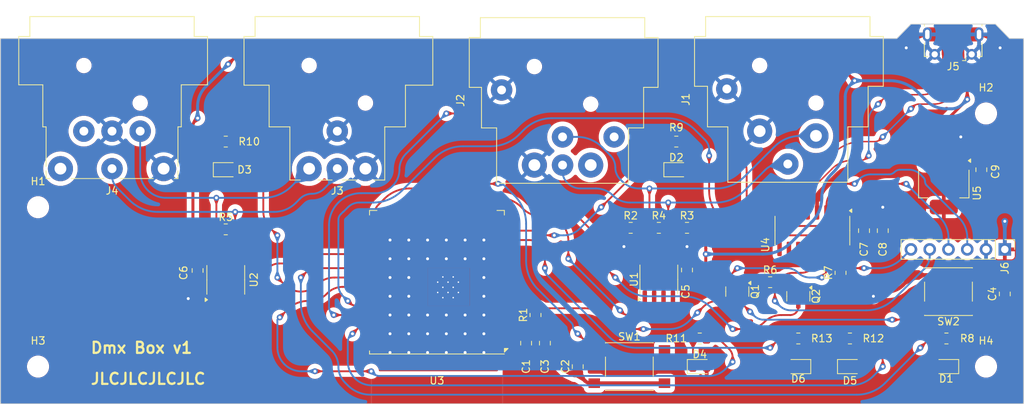
<source format=kicad_pcb>
(kicad_pcb (version 20240108) (generator "pcbnew") (generator_version "8.0")
  (layers (0 "F.Cu" signal) (31 "B.Cu" signal) (34 "B.Paste" user) (35 "F.Paste" user) (36 "B.SilkS" user "B.Silkscreen") (37 "F.SilkS" user "F.Silkscreen") (38 "B.Mask" user) (39 "F.Mask" user) (44 "Edge.Cuts" user))
  (net 0 "")
  (net 1 "+5V")
  (net 2 "GND")
  (net 3 "Net-(U3-IO2)")
  (net 4 "Net-(D1-K)")
  (net 5 "Net-(D2-K)")
  (net 6 "Net-(D3-K)")
  (net 7 "Net-(D4-K)")
  (net 8 "Net-(D5-K)")
  (net 9 "/OUT-")
  (net 10 "/OUT+")
  (net 11 "Net-(D6-K)")
  (net 13 "/IN-")
  (net 14 "/IN+")
  (net 18 "+3.3V")
  (net 20 "TX")
  (net 21 "RX")
  (net 22 "DTR")
  (net 23 "RTS")
  (net 24 "IO0")
  (net 25 "Net-(Q1-B)")
  (net 26 "Net-(Q2-B)")
  (net 27 "Net-(U3-IO18)")
  (net 28 "Net-(U3-IO14)")
  (net 29 "Net-(U3-IO19)")
  (net 30 "Net-(U3-IO21)")
  (net 31 "Net-(U3-IO22)")
  (net 32 "Net-(U3-IO27)")
  (net 60 "/DO")
  (net 61 "/DI")
  (net 62 "/RESET")
  (net 64 "/UD-")
  (net 65 "/UD+")
  (footprint "Capacitor_SMD:C_0805_2012Metric" (layer "F.Cu") (at 130.98875 102.49 90)
    (property "Reference" "C5")
    (property "Value" "100 nF")
  )
  (footprint "Resistor_SMD:R_0805_2012Metric" (layer "F.Cu") (at 127.17875 96.775)
    (property "Reference" "R4")
    (property "Value" "120")
  )
  (footprint "RF_Module:ESP32-WROOM-32U" (layer "F.Cu") (at 97.155 104.14 180)
    (property "Reference" "U3")
    (property "Value" "ESP32-WROOM-32U")
  )
  (footprint "Capacitor_SMD:C_0805_2012Metric" (layer "F.Cu") (at 111.76 112.395 90)
    (property "Reference" "C3")
    (property "Value" "10 uF")
  )
  (footprint "Connector_Audio:Jack_XLR_Neutrik_NC3MAH_Horizontal" (layer "F.Cu") (at 87.48 88.755 180)
    (property "Reference" "J3")
    (property "Value" "XLR3_In")
  )
  (footprint "Resistor_SMD:R_0805_2012Metric" (layer "F.Cu") (at 132.715 111.76 180)
    (property "Reference" "R11")
    (property "Value" "330")
  )
  (footprint "Connector_Audio:Jack_XLR_Neutrik_NC5FAH_Horizontal" (layer "F.Cu") (at 110.34 88.27 90)
    (property "Reference" "J2")
    (property "Value" "XLR5_Out")
  )
  (footprint "Package_TO_SOT_SMD:SOT-223-3_TabPin2" (layer "F.Cu") (at 165.735 90.805 -90)
    (property "Reference" "U5")
    (property "Value" "NCP1117-3.3_SOT223")
  )
  (footprint "Connector_PinHeader_2.54mm:PinHeader_1x06_P2.54mm_Vertical" (layer "F.Cu") (at 173.99 99.695 -90)
    (property "Reference" "J6")
    (property "Value" "FLASH")
  )
  (footprint "Resistor_SMD:R_0805_2012Metric" (layer "F.Cu") (at 151.765 102.87 90)
    (property "Reference" "R7")
    (property "Value" "10K")
  )
  (footprint "LED_SMD:LED_0805_2012Metric" (layer "F.Cu") (at 129.54 88.9)
    (property "Reference" "D2")
    (property "Value" "DMX OUT LED")
  )
  (footprint "LED_SMD:LED_0805_2012Metric" (layer "F.Cu") (at 166.0675 115.57 180)
    (property "Reference" "D1")
    (property "Value" "PWR LED")
  )
  (footprint "LED_SMD:LED_0805_2012Metric" (layer "F.Cu") (at 132.715 115.57)
    (property "Reference" "D4")
    (property "Value" "ARTNET IN LED")
  )
  (footprint "Capacitor_SMD:C_0805_2012Metric" (layer "F.Cu") (at 109.22 112.395 90)
    (property "Reference" "C1")
    (property "Value" "100 nF")
  )
  (footprint "Tereza_custom:SW_Push_TD-03XA-T" (layer "F.Cu") (at 123.19 115.57)
    (property "Reference" "SW1")
    (property "Value" "SW ZERO")
  )
  (footprint "Capacitor_SMD:C_0805_2012Metric" (layer "F.Cu") (at 170.815 88.9 90)
    (property "Reference" "C9")
    (property "Value" "1 uF")
  )
  (footprint "Resistor_SMD:R_0805_2012Metric" (layer "F.Cu") (at 153.035 111.76 180)
    (property "Reference" "R12")
    (property "Value" "330")
  )
  (footprint "Package_TO_SOT_SMD:SOT-23" (layer "F.Cu") (at 146.05 106.045 -90)
    (property "Reference" "Q2")
    (property "Value" "BCR108")
  )
  (footprint "Tereza_custom:SW_Push_TD-03XA-T" (layer "F.Cu") (at 166.37 105.415 180)
    (property "Reference" "SW2")
    (property "Value" "SW RESET")
  )
  (footprint "Resistor_SMD:R_0805_2012Metric" (layer "F.Cu") (at 142.24 104.14)
    (property "Reference" "R6")
    (property "Value" "10K")
  )
  (footprint "LED_SMD:LED_0805_2012Metric" (layer "F.Cu") (at 153.035 115.57)
    (property "Reference" "D5")
    (property "Value" "WIFI AP LED")
  )
  (footprint "Connector_Audio:Jack_XLR_Neutrik_NC5MAH_Horizontal" (layer "F.Cu") (at 60.17 88.755 180)
    (property "Reference" "J4")
    (property "Value" "XLR5_In")
  )
  (footprint "Resistor_SMD:R_0805_2012Metric" (layer "F.Cu") (at 68.58 96.98)
    (property "Reference" "R5")
    (property "Value" "120")
  )
  (footprint "MountingHole:MountingHole_2.5mm" (layer "F.Cu") (at 171.45 115.57)
    (property "Reference" "H4")
    (property "Value" "MountingHole")
  )
  (footprint "Resistor_SMD:R_0805_2012Metric" (layer "F.Cu") (at 166.0925 111.76)
    (property "Reference" "R8")
    (property "Value" "330")
  )
  (footprint "Capacitor_SMD:C_0805_2012Metric" (layer "F.Cu") (at 154.94 97.155 -90)
    (property "Reference" "C7")
    (property "Value" "100 nF")
  )
  (footprint "Connector_USB:USB_Micro-B_Molex-105017-0001" (layer "F.Cu") (at 167.005 71.8045 180)
    (property "Reference" "J5")
    (property "Value" "USB_B_Micro")
  )
  (footprint "LED_SMD:LED_0805_2012Metric" (layer "F.Cu") (at 68.58 88.9)
    (property "Reference" "D3")
    (property "Value" "DMX IN LED")
  )
  (footprint "Package_TO_SOT_SMD:SOT-23" (layer "F.Cu") (at 137.795 105.41 -90)
    (property "Reference" "Q1")
    (property "Value" "BCR108")
  )
  (footprint "MountingHole:MountingHole_2.5mm" (layer "F.Cu") (at 171.45 81.28)
    (property "Reference" "H2")
    (property "Value" "MountingHole")
  )
  (footprint "Resistor_SMD:R_0805_2012Metric" (layer "F.Cu") (at 123.36875 96.775)
    (property "Reference" "R2")
    (property "Value" "20K")
  )
  (footprint "Resistor_SMD:R_0805_2012Metric" (layer "F.Cu") (at 129.54 85.09)
    (property "Reference" "R9")
    (property "Value" "330")
  )
  (footprint "MountingHole:MountingHole_2.5mm" (layer "F.Cu") (at 43.18 93.98)
    (property "Reference" "H1")
    (property "Value" "MountingHole")
  )
  (footprint "Resistor_SMD:R_0805_2012Metric" (layer "F.Cu") (at 68.58 85.09 180)
    (property "Reference" "R10")
    (property "Value" "330")
  )
  (footprint "Capacitor_SMD:C_0805_2012Metric" (layer "F.Cu") (at 157.48 97.155 -90)
    (property "Reference" "C8")
    (property "Value" "10 uF")
  )
  (footprint "Capacitor_SMD:C_0805_2012Metric" (layer "F.Cu") (at 173.99 105.73 90)
    (property "Reference" "C4")
    (property "Value" "100 nF")
  )
  (footprint "MountingHole:MountingHole_2.5mm" (layer "F.Cu") (at 43.18 115.57)
    (property "Reference" "H3")
    (property "Value" "MountingHole")
  )
  (footprint "Capacitor_SMD:C_0805_2012Metric" (layer "F.Cu") (at 64.77 102.55 -90)
    (property "Reference" "C6")
    (property "Value" "100 nF")
  )
  (footprint "Package_SO:SOIC-8_3.9x4.9mm_P1.27mm" (layer "F.Cu") (at 127.17875 103.76 90)
    (property "Reference" "U1")
    (property "Value" "SN75176AD_Out")
  )
  (footprint "Resistor_SMD:R_0805_2012Metric" (layer "F.Cu") (at 130.98875 96.775)
    (property "Reference" "R3")
    (property "Value" "20K")
  )
  (footprint "Connector_Audio:Jack_XLR_Neutrik_NC3FAH2_Horizontal" (layer "F.Cu") (at 140.82 83.675 90)
    (property "Reference" "J1")
    (property "Value" "XLR3_Out")
  )
  (footprint "Resistor_SMD:R_0805_2012Metric" (layer "F.Cu") (at 110.49 108.585 90)
    (property "Reference" "R1")
    (property "Value" "10K")
  )
  (footprint "Resistor_SMD:R_0805_2012Metric" (layer "F.Cu") (at 146.05 111.76)
    (property "Reference" "R13")
    (property "Value" "330")
  )
  (footprint "LED_SMD:LED_0805_2012Metric" (layer "F.Cu") (at 146.05 115.57 180)
    (property "Reference" "D6")
    (property "Value" "WIFI CLIENT LED")
  )
  (footprint "Package_SO:SOIC-8_3.9x4.9mm_P1.27mm" (layer "F.Cu") (at 68.58 103.82 90)
    (property "Reference" "U2")
    (property "Value" "SN75176AD_In")
  )
  (footprint "Package_SO:SOIC-16_3.9x9.9mm_P1.27mm" (layer "F.Cu") (at 147.955 97.155 -90)
    (property "Reference" "U4")
    (property "Value" "CH340C")
  )
  (footprint "Capacitor_SMD:C_0805_2012Metric" (layer "F.Cu") (at 116.205 115.57 90)
    (property "Reference" "C2")
    (property "Value" "100 nF")
  )
  (gr_poly (pts (xy 176.53 120.605) (xy 38.1 120.605) (xy 38.1 71.12) (xy 159.385 71.12) (xy 161.29 69.17) (xy 172.72 69.17) (xy 174.625 71.12) (xy 176.53 71.12)) (stroke (width 0.1)) (fill none) (layer "Edge.Cuts"))
  (gr_text "JLCJLCJLCJLC" (at 50.165 118.11 0) (layer "F.SilkS") (effects (font (size 1.5 1.5) (thickness 0.3) (bold yes)) (justify left bottom)))
  (gr_text "Dmx Box v1\n" (at 50.165 113.03 0) (layer "F.SilkS") (effects (font (size 1.5 1.5) (thickness 0.3)) (justify left)))
  (segment (start 127.044737 103.889012) (end 127.01875 103.915) (width 0.4) (layer "F.Cu") (net 1))
  (segment (start 127.81375 105.061751) (end 127.81375 106.235) (width 0.4) (layer "F.Cu") (net 1))
  (segment (start 133.52875 101.818248) (end 133.52875 99.553316) (width 0.4) (layer "F.Cu") (net 1))
  (segment (start 168.305 75.8022) (end 168.305 73.267) (width 0.4) (layer "F.Cu") (net 1))
  (segment (start 132.715 97.58875) (end 131.90125 96.775) (width 0.4) (layer "F.Cu") (net 1))
  (segment (start 168.91 79.375) (end 164.426717 83.858282) (width 0.4) (layer "F.Cu") (net 1))
  (segment (start 64.135 82.999012) (end 64.135 100.515987) (width 0.4) (layer "F.Cu") (net 1))
  (segment (start 168.91 79.375) (end 168.91 77.262799) (width 0.4) (layer "F.Cu") (net 1))
  (segment (start 64.4525 101.2825) (end 64.77 101.6) (width 0.4) (layer "F.Cu") (net 1))
  (segment (start 68.8975 74.6125) (end 69.69125 73.81875) (width 0.4) (layer "F.Cu") (net 1))
  (segment (start 126.85875 103.44) (end 128.12875 103.44) (width 0.4) (layer "F.Cu") (net 1))
  (segment (start 130.98875 103.44) (end 129.39875 103.44) (width 0.4) (layer "F.Cu") (net 1))
  (segment (start 163.435 86.2525) (end 163.435 87.655) (width 0.4) (layer "F.Cu") (net 1))
  (segment (start 66.675 101.345) (end 65.025 101.345) (width 0.4) (layer "F.Cu") (net 1))
  (segment (start 128.12875 103.44) (end 129.39875 103.44) (width 0.4) (layer "F.Cu") (net 1))
  (segment (start 151.453792 74.618792) (end 153.67 76.835) (width 0.4) (layer "F.Cu") (net 1))
  (segment (start 131.906998 103.44) (end 130.98875 103.44) (width 0.4) (layer "F.Cu") (net 1))
  (segment (start 128.288749 103.914999) (end 128.314737 103.889012) (width 0.4) (layer "F.Cu") (net 1))
  (segment (start 64.4525 82.2325) (end 64.77 81.915) (width 0.4) (layer "F.Cu") (net 1))
  (segment (start 125.774737 102.990987) (end 125.699781 102.916031) (width 0.4) (layer "F.Cu") (net 1))
  (segment (start 71.607532 73.025) (end 147.606036 73.025) (width 0.4) (layer "F.Cu") (net 1))
  (segment (start 126.54375 105.061751) (end 126.54375 106.235) (width 0.4) (layer "F.Cu") (net 1))
  (segment (start 125.27375 101.8875) (end 125.27375 101.285) (width 0.4) (layer "F.Cu") (net 1))
  (via (at 68.8975 74.6125) (size 0.8) (drill 0.4) (layers "F.Cu" "B.Cu") (net 1))
  (via (at 133.52875 100.33) (size 0.8) (drill 0.4) (layers "F.Cu" "B.Cu") (net 1))
  (via (at 153.67 76.835) (size 0.8) (drill 0.4) (layers "F.Cu" "B.Cu") (net 1))
  (via (at 168.91 79.375) (size 0.8) (drill 0.4) (layers "F.Cu" "B.Cu") (net 1))
  (via (at 64.77 81.915) (size 0.8) (drill 0.4) (layers "F.Cu" "B.Cu") (net 1))
  (arc (start 133.05375 102.965) (mid 132.527615 103.316551) (end 131.906998 103.44) (width 0.4) (layer "F.Cu") (net 1))
  (arc (start 127.01875 103.915) (mid 126.667198 104.441133) (end 126.54375 105.061751) (width 0.4) (layer "F.Cu") (net 1))
  (arc (start 133.52875 101.818248) (mid 133.405301 102.438865) (end 133.05375 102.965) (width 0.4) (layer "F.Cu") (net 1))
  (arc (start 64.135 100.515987) (mid 64.217515 100.93082) (end 64.4525 101.2825) (width 0.4) (layer "F.Cu") (net 1))
  (arc (start 132.715 97.58875) (mid 133.317263 98.4901) (end 133.52875 99.553316) (width 0.4) (layer "F.Cu") (net 1))
  (arc (start 71.607532 73.025) (mid 70.570447 73.231288) (end 69.69125 73.81875) (width 0.4) (layer "F.Cu") (net 1))
  (arc (start 64.4525 82.2325) (mid 64.217515 82.584178) (end 64.135 82.999012) (width 0.4) (layer "F.Cu") (net 1))
  (arc (start 128.12875 103.44) (mid 127.542086 103.556694) (end 127.044737 103.889012) (width 0.4) (layer "F.Cu") (net 1))
  (arc (start 128.314737 103.889012) (mid 128.371753 103.602369) (end 128.12875 103.44) (width 0.4) (layer "F.Cu") (net 1))
  (arc (start 125.27375 101.8875) (mid 125.384471 102.444137) (end 125.699781 102.916031) (width 0.4) (layer "F.Cu") (net 1))
  (arc (start 125.774737 102.990987) (mid 126.272086 103.323305) (end 126.85875 103.44) (width 0.4) (layer "F.Cu") (net 1))
  (arc (start 151.453792 74.618792) (mid 149.688426 73.439213) (end 147.606036 73.025) (width 0.4) (layer "F.Cu") (net 1))
  (arc (start 164.426717 83.858282) (mid 163.692738 84.956758) (end 163.435 86.2525) (width 0.4) (layer "F.Cu") (net 1))
  (arc (start 127.044737 103.889012) (mid 127.101753 103.602369) (end 126.85875 103.44) (width 0.4) (layer "F.Cu") (net 1))
  (arc (start 168.305 75.8022) (mid 168.383617 76.197435) (end 168.6075 76.5325) (width 0.4) (layer "F.Cu") (net 1))
  (arc (start 168.6075 76.5325) (mid 168.831382 76.867564) (end 168.91 77.262799) (width 0.4) (layer "F.Cu") (net 1))
  (arc (start 129.39875 103.44) (mid 128.812086 103.556694) (end 128.314737 103.889012) (width 0.4) (layer "F.Cu") (net 1))
  (arc (start 128.288749 103.914999) (mid 127.937198 104.441133) (end 127.81375 105.061751) (width 0.4) (layer "F.Cu") (net 1))
  (segment (start 153.67 76.835) (end 158.401036 76.835) (width 0.4) (layer "B.Cu") (net 1))
  (segment (start 133.52875 100.33) (end 141.256036 100.33) (width 0.4) (layer "B.Cu") (net 1))
  (segment (start 153.67 76.835) (end 153.035 77.47) (width 0.4) (layer "B.Cu") (net 1))
  (segment (start 64.77 81.915) (end 64.77 80.3275) (width 0.4) (layer "B.Cu") (net 1))
  (segment (start 68.8975 74.6125) (end 65.892532 77.617467) (width 0.4) (layer "B.Cu") (net 1))
  (segment (start 150.572038 89.457961) (end 150.8125 89.2175) (width 0.4) (layer "B.Cu") (net 1))
  (segment (start 147.877961 95.962038) (end 145.103792 98.736207) (width 0.4) (layer "B.Cu") (net 1))
  (segment (start 163.342467 79.522467) (end 162.248792 78.428792) (width 0.4) (layer "B.Cu") (net 1))
  (segment (start 168.91 79.375) (end 168.275 80.01) (width 0.4) (layer "B.Cu") (net 1))
  (segment (start 166.0525 80.645) (end 166.741974 80.645) (width 0.4) (layer "B.Cu") (net 1))
  (segment (start 152.4 79.003025) (end 152.4 85.384935) (width 0.4) (layer "B.Cu") (net 1))
  (arc (start 153.035 77.47) (mid 152.565031 78.173357) (end 152.4 79.003025) (width 0.4) (layer "B.Cu") (net 1))
  (arc (start 168.275 80.01) (mid 167.571641 80.479968) (end 166.741974 80.645) (width 0.4) (layer "B.Cu") (net 1))
  (arc (start 149.225 92.71) (mid 148.874915 94.46999) (end 147.877961 95.962038) (width 0.4) (layer "B.Cu") (net 1))
  (arc (start 162.248792 78.428792) (mid 160.483426 77.249213) (end 158.401036 76.835) (width 0.4) (layer "B.Cu") (net 1))
  (arc (start 163.342467 79.522467) (mid 164.58584 80.353263) (end 166.0525 80.645) (width 0.4) (layer "B.Cu") (net 1))
  (arc (start 150.572038 89.457961) (mid 149.575083 90.950009) (end 149.225 92.71) (width 0.4) (layer "B.Cu") (net 1))
  (arc (start 145.103792 98.736207) (mid 143.338426 99.915786) (end 141.256036 100.33) (width 0.4) (layer "B.Cu") (net 1))
  (arc (start 152.4 85.384935) (mid 151.987422 87.459104) (end 150.8125 89.2175) (width 0.4) (layer "B.Cu") (net 1))
  (arc (start 65.892532 77.617467) (mid 65.061736 78.86084) (end 64.77 80.3275) (width 0.4) (layer "B.Cu") (net 1))
  (segment (start 171.7475 103.165) (end 170.4925 103.165) (width 0.5) (layer "F.Cu") (net 2))
  (segment (start 66.3525 103.5) (end 64.77 103.5) (width 0.5) (layer "F.Cu") (net 2))
  (segment (start 172.4435 71.4785) (end 173.355 72.39) (width 0.5) (layer "F.Cu") (net 2))
  (segment (start 156.5275 105.7275) (end 156.21 106.045) (width 0.5) (layer "F.Cu") (net 2))
  (segment (start 118.44 117.82) (end 127.94 117.82) (width 0.5) (layer "F.Cu") (net 2))
  (segment (start 67.44078 103.95078) (end 67.4675 103.9775) (width 0.5) (layer "F.Cu") (net 2))
  (segment (start 170.311403 87.655) (end 168.035 87.655) (width 0.5) (layer "F.Cu") (net 2))
  (segment (start 117.174427 117.489427) (end 116.205 116.52) (width 0.5) (layer "F.Cu") (net 2))
  (segment (start 115.57 116.52) (end 116.205 116.52) (width 0.5) (layer "F.Cu") (net 2))
  (segment (start 66.3525 103.5) (end 67.6275 103.5) (width 0.5) (layer "F.Cu") (net 2))
  (segment (start 130.553437 101.285) (end 129.08375 101.285) (width 0.5) (layer "F.Cu") (net 2))
  (segment (start 122.45625 99.315) (end 122.45625 96.775) (width 0.5) (layer "F.Cu") (net 2))
  (segment (start 108.424251 113.345) (end 109.22 113.345) (width 0.5) (layer "F.Cu") (net 2))
  (segment (start 161.5665 71.4785) (end 160.655 72.39) (width 0.5) (layer "F.Cu") (net 2))
  (segment (start 160.215347 104.529652) (end 161.58 103.165) (width 0.5) (layer "F.Cu") (net 2))
  (segment (start 157.48 96.205) (end 154.94 96.205) (width 0.5) (layer "F.Cu") (net 2))
  (segment (start 69.215 105.121751) (end 69.215 106.295) (width 0.5) (layer "F.Cu") (net 2))
  (segment (start 172.818709 103.608709) (end 173.99 104.78) (width 0.5) (layer "F.Cu") (net 2))
  (segment (start 170.4925 103.165) (end 161.62 103.165) (width 0.5) (layer "F.Cu") (net 2))
  (segment (start 107.2775 112.87) (end 107.208202 112.800702) (width 0.5) (layer "F.Cu") (net 2))
  (segment (start 130.98875 99.315) (end 130.98875 101.359687) (width 0.5) (layer "F.Cu") (net 2))
  (segment (start 170.6675 87.8025) (end 170.815 87.95) (width 0.5) (layer "F.Cu") (net 2))
  (segment (start 67.63 103.5) (end 68.9 103.5) (width 0.5) (layer "F.Cu") (net 2))
  (segment (start 67.6275 103.5) (end 67.63 103.5) (width 0.5) (layer "F.Cu") (net 2))
  (segment (start 157.294012 105.41) (end 158.09 105.41) (width 0.5) (layer "F.Cu") (net 2))
  (segment (start 67.945 105.130286) (end 67.945 106.295) (width 0.5) (layer "F.Cu") (net 2))
  (segment (start 163.767055 70.567) (end 166.005 70.567) (width 0.5) (layer "F.Cu") (net 2))
  (segment (start 157.48 96.205) (end 157.48 93.98) (width 0.5) (layer "F.Cu") (net 2))
  (segment (start 114.485987 116.070987) (end 111.76 113.345) (width 0.5) (layer "F.Cu") (net 2))
  (segment (start 70.485 101.9475) (end 70.485 101.345) (width 0.5) (layer "F.Cu") (net 2))
  (segment (start 168.035 87.655) (end 168.035 84.455) (width 0.5) (layer "F.Cu") (net 2))
  (segment (start 153.773856 95.038856) (end 154.94 96.205) (width 0.5) (layer "F.Cu") (net 2))
  (segment (start 109.22 113.345) (end 111.76 113.345) (width 0.5) (layer "F.Cu") (net 2))
  (segment (start 64.20785 105.652149) (end 63.5 106.36) (width 0.5) (layer "F.Cu") (net 2))
  (segment (start 165.705 73.267) (end 165.705 70.867) (width 0.5) (layer "F.Cu") (net 2))
  (segment (start 68.714012 103.949012) (end 68.74 103.975) (width 0.5) (layer "F.Cu") (net 2))
  (segment (start 117.9725 117.82) (end 118.44 117.82) (width 0.5) (layer "F.Cu") (net 2))
  (segment (start 70.058967 102.976031) (end 69.984012 103.050987) (width 0.5) (layer "F.Cu") (net 2))
  (segment (start 64.77 103.5) (end 64.77 104.295) (width 0.5) (layer "F.Cu") (net 2))
  (segment (start 106.22875 112.395) (end 105.655 112.395) (width 0.5) (layer "F.Cu") (net 2))
  (segment (start 166.005 70.567) (end 170.242944 70.567) (width 0.5) (layer "F.Cu") (net 2))
  (segment (start 152.9075 94.68) (end 152.4 94.68) (width 0.5) (layer "F.Cu") (net 2))
  (via (at 93.345 103.505) (size 0.8) (drill 0.4) (layers "F.Cu" "B.Cu") (net 2))
  (via (at 103.505 103.505) (size 0.8) (drill 0.4) (layers "F.Cu" "B.Cu") (net 2))
  (via (at 95.885 98.425) (size 0.8) (drill 0.4) (layers "F.Cu" "B.Cu") (net 2))
  (via (at 130.98875 99.315) (size 0.9) (drill 0.4) (layers "F.Cu" "B.Cu") (net 2))
  (via (at 157.48 93.98) (size 0.9) (drill 0.4) (layers "F.Cu" "B.Cu") (net 2))
  (via (at 98.425 108.585) (size 0.8) (drill 0.4) (layers "F.Cu" "B.Cu") (net 2))
  (via (at 100.965 111.125) (size 0.8) (drill 0.4) (layers "F.Cu" "B.Cu") (net 2))
  (via (at 122.45625 99.315) (size 0.9) (drill 0.4) (layers "F.Cu" "B.Cu") (net 2))
  (via (at 173.355 72.39) (size 0.9) (drill 0.4) (layers "F.Cu" "B.Cu") (net 2))
  (via (at 98.425 98.425) (size 0.8) (drill 0.4) (layers "F.Cu" "B.Cu") (net 2))
  (via (at 100.965 98.425) (size 0.8) (drill 0.4) (layers "F.Cu" "B.Cu") (net 2))
  (via (at 103.505 111.125) (size 0.8) (drill 0.4) (layers "F.Cu" "B.Cu") (net 2))
  (via (at 93.345 113.665) (size 0.8) (drill 0.4) (layers "F.Cu" "B.Cu") (net 2))
  (via (at 93.345 111.125) (size 0.8) (drill 0.4) (layers "F.Cu" "B.Cu") (net 2))
  (via (at 90.805 111.125) (size 0.8) (drill 0.4) (layers "F.Cu" "B.Cu") (net 2))
  (via (at 98.425 113.665) (size 0.8) (drill 0.4) (layers "F.Cu" "B.Cu") (net 2))
  (via (at 98.425 111.125) (size 0.8) (drill 0.4) (layers "F.Cu" "B.Cu") (net 2))
  (via (at 90.805 100.965) (size 0.8) (drill 0.4) (layers "F.Cu" "B.Cu") (net 2))
  (via (at 90.805 98.425) (size 0.8) (drill 0.4) (layers "F.Cu" "B.Cu") (net 2))
  (via (at 93.345 106.045) (size 0.8) (drill 0.4) (layers "F.Cu" "B.Cu") (net 2))
  (via (at 93.345 100.965) (size 0.8) (drill 0.4) (layers "F.Cu" "B.Cu") (net 2))
  (via (at 93.345 108.585) (size 0.8) (drill 0.4) (layers "F.Cu" "B.Cu") (net 2))
  (via (at 93.345 98.425) (size 0.8) (drill 0.4) (layers "F.Cu" "B.Cu") (net 2))
  (via (at 90.805 113.665) (size 0.8) (drill 0.4) (layers "F.Cu" "B.Cu") (net 2))
  (via (at 103.505 100.965) (size 0.8) (drill 0.4) (layers "F.Cu" "B.Cu") (net 2))
  (via (at 160.655 72.39) (size 0.9) (drill 0.4) (layers "F.Cu" "B.Cu") (net 2))
  (via (at 168.035 84.455) (size 0.9) (drill 0.4) (layers "F.Cu" "B.Cu") (net 2))
  (via (at 103.505 106.045) (size 0.8) (drill 0.4) (layers "F.Cu" "B.Cu") (net 2))
  (via (at 90.805 108.585) (size 0.8) (drill 0.4) (layers "F.Cu" "B.Cu") (net 2))
  (via (at 90.805 103.505) (size 0.8) (drill 0.4) (layers "F.Cu" "B.Cu") (net 2))
  (via (at 95.885 111.125) (size 0.8) (drill 0.4) (layers "F.Cu" "B.Cu") (net 2))
  (via (at 100.965 108.585) (size 0.8) (drill 0.4) (layers "F.Cu" "B.Cu") (net 2))
  (via (at 95.885 108.585) (size 0.8) (drill 0.4) (layers "F.Cu" "B.Cu") (net 2))
  (via (at 156.21 106.045) (size 0.9) (drill 0.4) (layers "F.Cu" "B.Cu") (net 2))
  (via (at 95.885 100.965) (size 0.8) (drill 0.4) (layers "F.Cu" "B.Cu") (net 2))
  (via (at 98.425 100.965) (size 0.8) (drill 0.4) (layers "F.Cu" "B.Cu") (net 2))
  (via (at 95.885 113.665) (size 0.8) (drill 0.4) (layers "F.Cu" "B.Cu") (net 2))
  (via (at 63.5 106.36) (size 0.9) (drill 0.4) (layers "F.Cu" "B.Cu") (net 2))
  (via (at 103.505 98.425) (size 0.8) (drill 0.4) (layers "F.Cu" "B.Cu") (net 2))
  (via (at 103.505 108.585) (size 0.8) (drill 0.4) (layers "F.Cu" "B.Cu") (net 2))
  (via (at 100.965 100.965) (size 0.8) (drill 0.4) (layers "F.Cu" "B.Cu") (net 2))
  (via (at 100.965 113.665) (size 0.8) (drill 0.4) (layers "F.Cu" "B.Cu") (net 2))
  (via (at 90.805 106.045) (size 0.8) (drill 0.4) (layers "F.Cu" "B.Cu") (net 2))
  (via (at 103.505 113.665) (size 0.8) (drill 0.4) (layers "F.Cu" "B.Cu") (net 2))
  (arc (start 68.714012 103.949012) (mid 68.216663 103.616694) (end 67.63 103.5) (width 0.5) (layer "F.Cu") (net 2))
  (arc (start 172.4435 71.4785) (mid 171.433876 70.803891) (end 170.242944 70.567) (width 0.5) (layer "F.Cu") (net 2))
  (arc (start 107.208202 112.800702) (mid 106.758825 112.500438) (end 106.22875 112.395) (width 0.5) (layer "F.Cu") (net 2))
  (arc (start 70.485 101.9475) (mid 70.374277 102.504137) (end 70.058967 102.976031) (width 0.5) (layer "F.Cu") (net 2))
  (arc (start 107.2775 112.87) (mid 107.803633 113.221551) (end 108.424251 113.345) (width 0.5) (layer "F.Cu") (net 2))
  (arc (start 157.294012 105.41) (mid 156.879178 105.492515) (end 156.5275 105.7275) (width 0.5) (layer "F.Cu") (net 2))
  (arc (start 117.174427 117.489427) (mid 117.540586 117.734086) (end 117.9725 117.82) (width 0.5) (layer "F.Cu") (net 2))
  (arc (start 172.818709 103.608709) (mid 172.327234 103.280316) (end 171.7475 103.165) (width 0.5) (layer "F.Cu") (net 2))
  (arc (start 163.767055 70.567) (mid 162.576123 70.803891) (end 161.5665 71.4785) (width 0.5) (layer "F.Cu") (net 2))
  (arc (start 68.74 103.975) (mid 69.091551 104.501133) (end 69.215 105.121751) (width 0.5) (layer "F.Cu") (net 2))
  (arc (start 160.215347 104.529652) (mid 159.240229 105.181205) (end 158.09 105.41) (width 0.5) (layer "F.Cu") (net 2))
  (arc (start 67.44078 103.95078) (mid 66.941473 103.617153) (end 66.3525 103.5) (width 0.5) (layer "F.Cu") (net 2))
  (arc (start 64.77 104.295) (mid 64.623901 105.029483) (end 64.20785 105.652149) (width 0.5) (layer "F.Cu") (net 2))
  (arc (start 69.984012 103.050987) (mid 69.486663 103.383305) (end 68.9 103.5) (width 0.5) (layer "F.Cu") (net 2))
  (arc (start 67.4675 103.9775) (mid 67.820901 104.506402) (end 67.945 105.130286) (width 0.5) (layer "F.Cu") (net 2))
  (arc (start 170.6675 87.8025) (mid 170.504121 87.693334) (end 170.311403 87.655) (width 0.5) (layer "F.Cu") (net 2))
  (arc (start 130.86125 101.4125) (mid 130.720024 101.318136) (end 130.553437 101.285) (width 0.5) (layer "F.Cu") (net 2))
  (arc (start 67.6275 103.5) (mid 67.383539 103.663009) (end 67.44078 103.95078) (width 0.5) (layer "F.Cu") (net 2))
  (arc (start 114.485987 116.070987) (mid 114.983336 116.403305) (end 115.57 116.52) (width 0.5) (layer "F.Cu") (net 2))
  (arc (start 68.9 103.5) (mid 68.656995 103.662369) (end 68.714012 103.949012) (width 0.5) (layer "F.Cu") (net 2))
  (arc (start 130.86125 101.4125) (mid 130.942644 101.428689) (end 130.98875 101.359687) (width 0.5) (layer "F.Cu") (net 2))
  (arc (start 153.773856 95.038856) (mid 153.376368 94.773263) (end 152.9075 94.68) (width 0.5) (layer "F.Cu") (net 2))
  (segment (start 105.41 90.805) (end 102.947038 90.805) (width 0.25) (layer "F.Cu") (net 3))
  (segment (start 116.205 111.125) (end 116.225 111.125) (width 0.25) (layer "F.Cu") (net 3))
  (segment (start 117.490875 114.284124) (end 118.44 113.335) (width 0.25) (layer "F.Cu") (net 3))
  (segment (start 98.347961 92.71) (end 93.736058 92.71) (width 0.25) (layer "F.Cu") (net 3))
  (segment (start 92.1125 93.3825) (end 91.44 94.055) (width 0.25) (layer "F.Cu") (net 3))
  (segment (start 116.68 114.62) (end 116.205 114.62) (width 0.25) (layer "F.Cu") (net 3))
  (segment (start 116.259142 111.139142) (end 118.44 113.32) (width 0.25) (layer "F.Cu") (net 3))
  (via (at 105.41 90.805) (size 0.8) (drill 0.4) (layers "F.Cu" "B.Cu") (net 3))
  (via (at 116.205 111.125) (size 0.8) (drill 0.4) (layers "F.Cu" "B.Cu") (net 3))
  (arc (start 93.736058 92.71) (mid 92.857394 92.884777) (end 92.1125 93.3825) (width 0.25) (layer "F.Cu") (net 3))
  (arc (start 117.490875 114.284124) (mid 117.118842 114.532708) (end 116.68 114.62) (width 0.25) (layer "F.Cu") (net 3))
  (arc (start 100.6475 91.7575) (mid 99.592462 92.462453) (end 98.347961 92.71) (width 0.25) (layer "F.Cu") (net 3))
  (arc (start 102.947038 90.805) (mid 101.702537 91.052546) (end 100.6475 91.7575) (width 0.25) (layer "F.Cu") (net 3))
  (arc (start 116.259142 111.139142) (mid 116.243477 111.128675) (end 116.225 111.125) (width 0.25) (layer "F.Cu") (net 3))
  (segment (start 105.41 90.805) (end 105.7275 90.805) (width 0.25) (layer "B.Cu") (net 3))
  (segment (start 116.205 111.125) (end 115.794506 110.714506) (width 0.25) (layer "B.Cu") (net 3))
  (segment (start 110.813792 105.098792) (end 115.345493 109.630493) (width 0.25) (layer "B.Cu") (net 3))
  (segment (start 109.22 96.225064) (end 109.22 101.251036) (width 0.25) (layer "B.Cu") (net 3))
  (segment (start 107.6325 92.3925) (end 106.269506 91.029506) (width 0.25) (layer "B.Cu") (net 3))
  (arc (start 106.269506 91.029506) (mid 106.020831 90.863347) (end 105.7275 90.805) (width 0.25) (layer "B.Cu") (net 3))
  (arc (start 109.22 101.251036) (mid 109.634213 103.333426) (end 110.813792 105.098792) (width 0.25) (layer "B.Cu") (net 3))
  (arc (start 115.345493 109.630493) (mid 115.511652 109.879168) (end 115.57 110.1725) (width 0.25) (layer "B.Cu") (net 3))
  (arc (start 115.57 110.1725) (mid 115.628347 110.465831) (end 115.794506 110.714506) (width 0.25) (layer "B.Cu") (net 3))
  (arc (start 107.6325 92.3925) (mid 108.807422 94.150895) (end 109.22 96.225064) (width 0.25) (layer "B.Cu") (net 3))
  (segment (start 167.005 111.76) (end 167.005 115.57) (width 0.25) (layer "F.Cu") (net 4))
  (segment (start 130.4525 85.58625) (end 130.4525 85.09) (width 0.25) (layer "F.Cu") (net 5))
  (segment (start 128.944562 87.590436) (end 130.101598 86.433401) (width 0.25) (layer "F.Cu") (net 5))
  (segment (start 128.6025 88.41625) (end 128.6025 88.9) (width 0.25) (layer "F.Cu") (net 5))
  (arc (start 128.944562 87.590436) (mid 128.691399 87.969322) (end 128.6025 88.41625) (width 0.25) (layer "F.Cu") (net 5))
  (arc (start 130.4525 85.58625) (mid 130.361303 86.044725) (end 130.101598 86.433401) (width 0.25) (layer "F.Cu") (net 5))
  (segment (start 67.6675 85.09) (end 67.6675 88.78) (width 0.25) (layer "F.Cu") (net 6))
  (segment (start 131.8025 111.76) (end 131.8025 115.545) (width 0.25) (layer "F.Cu") (net 7))
  (segment (start 152.1225 111.76) (end 152.1225 115.545) (width 0.25) (layer "F.Cu") (net 8))
  (segment (start 126.26625 96.775) (end 124.28125 96.775) (width 0.25) (layer "F.Cu") (net 9))
  (segment (start 126.26625 96.775) (end 126.26625 98.841277) (width 0.25) (layer "F.Cu") (net 9))
  (segment (start 125.90875 91.44) (end 125.90875 96.4175) (width 0.25) (layer "F.Cu") (net 9))
  (segment (start 126.54375 99.511222) (end 126.54375 101.285) (width 0.25) (layer "F.Cu") (net 9))
  (via (at 125.90875 91.44) (size 0.8) (drill 0.4) (layers "F.Cu" "B.Cu") (net 9))
  (arc (start 126.405 99.17625) (mid 126.50769 99.329936) (end 126.54375 99.511222) (width 0.25) (layer "F.Cu") (net 9))
  (arc (start 126.26625 98.841277) (mid 126.302309 99.022563) (end 126.405 99.17625) (width 0.25) (layer "F.Cu") (net 9))
  (segment (start 146.365 84.31) (end 148.44 84.31) (width 0.25) (layer "B.Cu") (net 9))
  (segment (start 124.537038 91.44) (end 134.906036 91.44) (width 0.25) (layer "B.Cu") (net 9))
  (segment (start 120.61148 86.95648) (end 119.510071 85.855071) (width 0.25) (layer "B.Cu") (net 9))
  (segment (start 116.13 84.455) (end 114.15 84.455) (width 0.25) (layer "B.Cu") (net 9))
  (segment (start 142.822753 85.777246) (end 138.753792 89.846207) (width 0.25) (layer "B.Cu") (net 9))
  (segment (start 122.2375 90.4875) (end 121.958519 90.208519) (width 0.25) (layer "B.Cu") (net 9))
  (arc (start 138.753792 89.846207) (mid 136.988426 91.025786) (end 134.906036 91.44) (width 0.25) (layer "B.Cu") (net 9))
  (arc (start 119.510071 85.855071) (mid 117.959281 84.818866) (end 116.13 84.455) (width 0.25) (layer "B.Cu") (net 9))
  (arc (start 121.285 88.5825) (mid 121.460041 89.462495) (end 121.958519 90.208519) (width 0.25) (layer "B.Cu") (net 9))
  (arc (start 122.2375 90.4875) (mid 123.292537 91.192453) (end 124.537038 91.44) (width 0.25) (layer "B.Cu") (net 9))
  (arc (start 120.61148 86.95648) (mid 121.109957 87.702504) (end 121.285 88.5825) (width 0.25) (layer "B.Cu") (net 9))
  (arc (start 146.365 84.31) (mid 144.447949 84.691324) (end 142.822753 85.777246) (width 0.25) (layer "B.Cu") (net 9))
  (segment (start 128.44875 93.345) (end 128.44875 96.4175) (width 0.25) (layer "F.Cu") (net 10))
  (segment (start 127.81375 99.511222) (end 127.81375 101.285) (width 0.25) (layer "F.Cu") (net 10))
  (segment (start 128.09125 96.775) (end 128.09125 98.841277) (width 0.25) (layer "F.Cu") (net 10))
  (segment (start 128.09125 96.775) (end 130.07625 96.775) (width 0.25) (layer "F.Cu") (net 10))
  (via (at 128.44875 93.345) (size 0.8) (drill 0.4) (layers "F.Cu" "B.Cu") (net 10))
  (arc (start 128.09125 98.841277) (mid 128.05519 99.022563) (end 127.9525 99.17625) (width 0.25) (layer "F.Cu") (net 10))
  (arc (start 127.9525 99.17625) (mid 127.849809 99.329936) (end 127.81375 99.511222) (width 0.25) (layer "F.Cu") (net 10))
  (segment (start 123.267038 93.345) (end 134.906036 93.345) (width 0.25) (layer "B.Cu") (net 10))
  (segment (start 138.753792 91.751207) (end 141.584504 88.920495) (width 0.25) (layer "B.Cu") (net 10))
  (segment (start 143.505 88.125) (end 144.63 88.125) (width 0.25) (layer "B.Cu") (net 10))
  (segment (start 116.574091 91.44) (end 118.667961 91.44) (width 0.25) (layer "B.Cu") (net 10))
  (segment (start 114.15 89.145) (end 114.15 88.27) (width 0.25) (layer "B.Cu") (net 10))
  (segment (start 114.86 90.73) (end 114.768718 90.638718) (width 0.25) (layer "B.Cu") (net 10))
  (arc (start 143.505 88.125) (mid 142.465635 88.331742) (end 141.584504 88.920495) (width 0.25) (layer "B.Cu") (net 10))
  (arc (start 114.15 89.145) (mid 114.310799 89.953394) (end 114.768718 90.638718) (width 0.25) (layer "B.Cu") (net 10))
  (arc (start 138.753792 91.751207) (mid 136.988426 92.930786) (end 134.906036 93.345) (width 0.25) (layer "B.Cu") (net 10))
  (arc (start 120.9675 92.3925) (mid 122.022537 93.097453) (end 123.267038 93.345) (width 0.25) (layer "B.Cu") (net 10))
  (arc (start 114.86 90.73) (mid 115.646431 91.255477) (end 116.574091 91.44) (width 0.25) (layer "B.Cu") (net 10))
  (arc (start 120.9675 92.3925) (mid 119.912462 91.687546) (end 118.667961 91.44) (width 0.25) (layer "B.Cu") (net 10))
  (segment (start 146.9875 115.57) (end 146.9875 112.421396) (width 0.25) (layer "F.Cu") (net 11))
  (segment (start 67.945 99.716222) (end 67.945 101.49) (width 0.25) (layer "F.Cu") (net 13))
  (segment (start 67.31 92.71) (end 67.31 96.6225) (width 0.25) (layer "F.Cu") (net 13))
  (segment (start 67.6675 99.046277) (end 67.6675 96.98) (width 0.25) (layer "F.Cu") (net 13))
  (via (at 67.31 92.71) (size 0.8) (drill 0.4) (layers "F.Cu" "B.Cu") (net 13))
  (arc (start 67.80625 99.38125) (mid 67.90894 99.534936) (end 67.945 99.716222) (width 0.25) (layer "F.Cu") (net 13))
  (arc (start 67.6675 99.046277) (mid 67.703559 99.227563) (end 67.80625 99.38125) (width 0.25) (layer "F.Cu") (net 13))
  (segment (start 77.498792 91.116207) (end 79.86 88.755) (width 0.25) (layer "B.Cu") (net 13))
  (segment (start 57 89.201895) (end 57 83.675) (width 0.25) (layer "B.Cu") (net 13))
  (segment (start 73.651036 92.71) (end 60.508104 92.71) (width 0.25) (layer "B.Cu") (net 13))
  (arc (start 57 89.201895) (mid 57.267038 90.544388) (end 58.0275 91.6825) (width 0.25) (layer "B.Cu") (net 13))
  (arc (start 58.0275 91.6825) (mid 59.16561 92.442961) (end 60.508104 92.71) (width 0.25) (layer "B.Cu") (net 13))
  (arc (start 77.498792 91.116207) (mid 75.733426 92.295786) (end 73.651036 92.71) (width 0.25) (layer "B.Cu") (net 13))
  (segment (start 69.4925 99.046277) (end 69.4925 96.98) (width 0.25) (layer "F.Cu") (net 14))
  (segment (start 69.85 94.615) (end 69.85 96.6225) (width 0.25) (layer "F.Cu") (net 14))
  (segment (start 69.215 99.716222) (end 69.215 101.14) (width 0.25) (layer "F.Cu") (net 14))
  (via (at 69.85 94.615) (size 0.8) (drill 0.4) (layers "F.Cu" "B.Cu") (net 14))
  (arc (start 69.35375 99.38125) (mid 69.251059 99.534936) (end 69.215 99.716222) (width 0.25) (layer "F.Cu") (net 14))
  (arc (start 69.4925 99.046277) (mid 69.45644 99.227563) (end 69.35375 99.38125) (width 0.25) (layer "F.Cu") (net 14))
  (segment (start 53.19 89.70625) (end 53.19 88.755) (width 0.25) (layer "B.Cu") (net 14))
  (segment (start 75.099052 94.615) (end 59.401463 94.615) (width 0.25) (layer "B.Cu") (net 14))
  (segment (start 81.868519 91.48648) (end 83.67 89.685) (width 0.25) (layer "B.Cu") (net 14))
  (segment (start 78.062499 93.387499) (end 78.61648 92.833519) (width 0.25) (layer "B.Cu") (net 14))
  (segment (start 53.862635 91.330135) (end 55.553707 93.021207) (width 0.25) (layer "B.Cu") (net 14))
  (arc (start 81.868519 91.48648) (mid 81.122495 91.984957) (end 80.2425 92.16) (width 0.25) (layer "B.Cu") (net 14))
  (arc (start 53.19 89.70625) (mid 53.364812 90.58509) (end 53.862635 91.330135) (width 0.25) (layer "B.Cu") (net 14))
  (arc (start 80.2425 92.16) (mid 79.362504 92.335041) (end 78.61648 92.833519) (width 0.25) (layer "B.Cu") (net 14))
  (arc (start 55.553707 93.021207) (mid 57.319072 94.200786) (end 59.401463 94.615) (width 0.25) (layer "B.Cu") (net 14))
  (arc (start 78.062499 93.387499) (mid 76.702858 94.295982) (end 75.099052 94.615) (width 0.25) (layer "B.Cu") (net 14))
  (segment (start 109.06 111.285) (end 109.22 111.445) (width 0.5) (layer "F.Cu") (net 18))
  (segment (start 108.673725 111.125) (end 105.655 111.125) (width 0.5) (layer "F.Cu") (net 18))
  (segment (start 157.48 98.105) (end 154.94 98.105) (width 0.5) (layer "F.Cu") (net 18))
  (via (at 173.99 95.885) (size 0.9) (drill 0.4) (layers "F.Cu" "B.Cu") (net 18))
  (arc (start 109.06 111.285) (mid 108.882775 111.166582) (end 108.673725 111.125) (width 0.5) (layer "F.Cu") (net 18))
  (segment (start 173.99 95.885) (end 173.99 99.695) (width 0.5) (layer "B.Cu") (net 18))
  (segment (start 131.133792 79.063792) (end 137.471207 85.401207) (width 0.25) (layer "F.Cu") (net 20))
  (segment (start 149.86 95.470875) (end 149.86 95.056751) (width 0.25) (layer "F.Cu") (net 20))
  (segment (start 83.185 108.585) (end 88.655 108.585) (width 0.25) (layer "F.Cu") (net 20))
  (segment (start 139.065 94.351974) (end 139.065 89.248963) (width 0.25) (layer "F.Cu") (net 20))
  (segment (start 109.531206 79.063792) (end 108.908792 79.686207) (width 0.25) (layer "F.Cu") (net 20))
  (segment (start 152.7175 90.805) (end 153.67 90.805) (width 0.25) (layer "F.Cu") (net 20))
  (segment (start 127.286036 77.47) (end 113.378963 77.47) (width 0.25) (layer "F.Cu") (net 20))
  (segment (start 150.556499 92.013499) (end 151.09148 91.478519) (width 0.25) (layer "F.Cu") (net 20))
  (segment (start 149.86 93.695) (end 149.86 94.68) (width 0.25) (layer "F.Cu") (net 20))
  (segment (start 149.542499 96.202499) (end 149.567169 96.17783) (width 0.25) (layer "F.Cu") (net 20))
  (segment (start 148.775987 96.52) (end 141.233025 96.52) (width 0.25) (layer "F.Cu") (net 20))
  (segment (start 98.425 81.28) (end 105.061036 81.28) (width 0.25) (layer "F.Cu") (net 20))
  (via (at 83.185 108.585) (size 0.8) (drill 0.4) (layers "F.Cu" "B.Cu") (net 20))
  (via (at 153.67 90.805) (size 0.8) (drill 0.4) (layers "F.Cu" "B.Cu") (net 20))
  (via (at 98.425 81.28) (size 0.8) (drill 0.4) (layers "F.Cu" "B.Cu") (net 20))
  (arc (start 149.542499 96.202499) (mid 149.19082 96.437484) (end 148.775987 96.52) (width 0.25) (layer "F.Cu") (net 20))
  (arc (start 139.065 94.351974) (mid 139.230031 95.181641) (end 139.7 95.885) (width 0.25) (layer "F.Cu") (net 20))
  (arc (start 149.86 95.470875) (mid 149.783895 95.853476) (end 149.567169 96.17783) (width 0.25) (layer "F.Cu") (net 20))
  (arc (start 152.7175 90.805) (mid 151.837504 90.980041) (end 151.09148 91.478519) (width 0.25) (layer "F.Cu") (net 20))
  (arc (start 137.471207 85.401207) (mid 138.650786 87.166572) (end 139.065 89.248963) (width 0.25) (layer "F.Cu") (net 20))
  (arc (start 113.378963 77.47) (mid 111.296572 77.884213) (end 109.531206 79.063792) (width 0.25) (layer "F.Cu") (net 20))
  (arc (start 139.7 95.885) (mid 140.403357 96.354968) (end 141.233025 96.52) (width 0.25) (layer "F.Cu") (net 20))
  (arc (start 150.556499 92.013499) (mid 150.041014 92.784978) (end 149.86 93.695) (width 0.25) (layer "F.Cu") (net 20))
  (arc (start 131.133792 79.063792) (mid 129.368426 77.884213) (end 127.286036 77.47) (width 0.25) (layer "F.Cu") (net 20))
  (arc (start 108.908792 79.686207) (mid 107.143426 80.865786) (end 105.061036 81.28) (width 0.25) (layer "F.Cu") (net 20))
  (segment (start 82.8675 108.2675) (end 83.185 108.585) (width 0.25) (layer "B.Cu") (net 20))
  (segment (start 98.425 81.28) (end 92.973025 86.731974) (width 0.25) (layer "B.Cu") (net 20))
  (segment (start 163.419506 91.029506) (end 167.787467 95.397467) (width 0.25) (layer "B.Cu") (net 20))
  (segment (start 162.970493 89.945493) (end 162.56 89.535) (width 0.25) (layer "B.Cu") (net 20))
  (segment (start 86.886051 92.075) (end 88.822961 92.075) (width 0.25) (layer "B.Cu") (net 20))
  (segment (start 154.305 90.17) (end 153.67 90.805) (width 0.25) (layer "B.Cu") (net 20))
  (segment (start 155.838025 89.535) (end 158.300987 89.535) (width 0.25) (layer "B.Cu") (net 20))
  (segment (start 168.91 98.1075) (end 168.91 99.695) (width 0.25) (layer "B.Cu") (net 20))
  (segment (start 82.55 107.500987) (end 82.55 96.411051) (width 0.25) (layer "B.Cu") (net 20))
  (segment (start 159.834012 88.9) (end 161.026974 88.9) (width 0.25) (layer "B.Cu") (net 20))
  (segment (start 91.176974 91.068025) (end 91.1225 91.1225) (width 0.25) (layer "B.Cu") (net 20))
  (arc (start 163.195 90.4875) (mid 163.253347 90.780831) (end 163.419506 91.029506) (width 0.25) (layer "B.Cu") (net 20))
  (arc (start 159.0675 89.2175) (mid 158.71582 89.452484) (end 158.300987 89.535) (width 0.25) (layer "B.Cu") (net 20))
  (arc (start 83.82 93.345) (mid 82.880062 94.751716) (end 82.55 96.411051) (width 0.25) (layer "B.Cu") (net 20))
  (arc (start 162.56 89.535) (mid 161.856641 89.065031) (end 161.026974 88.9) (width 0.25) (layer "B.Cu") (net 20))
  (arc (start 155.838025 89.535) (mid 155.008357 89.700031) (end 154.305 90.17) (width 0.25) (layer "B.Cu") (net 20))
  (arc (start 159.834012 88.9) (mid 159.419178 88.982515) (end 159.0675 89.2175) (width 0.25) (layer "B.Cu") (net 20))
  (arc (start 86.886051 92.075) (mid 85.226716 92.405062) (end 83.82 93.345) (width 0.25) (layer "B.Cu") (net 20))
  (arc (start 92.973025 86.731974) (mid 92.308389 87.726672) (end 92.075 88.9) (width 0.25) (layer "B.Cu") (net 20))
  (arc (start 92.075 88.9) (mid 91.84161 90.073326) (end 91.176974 91.068025) (width 0.25) (layer "B.Cu") (net 20))
  (arc (start 162.970493 89.945493) (mid 163.136652 90.194168) (end 163.195 90.4875) (width 0.25) (layer "B.Cu") (net 20))
  (arc (start 82.55 107.500987) (mid 82.632515 107.91582) (end 82.8675 108.2675) (width 0.25) (layer "B.Cu") (net 20))
  (arc (start 91.1225 91.1225) (mid 90.067462 91.827453) (end 88.822961 92.075) (width 0.25) (layer "B.Cu") (net 20))
  (arc (start 167.787467 95.397467) (mid 168.618263 96.64084) (end 168.91 98.1075) (width 0.25) (layer "B.Cu") (net 20))
  (segment (start 151.13 95.3475) (end 151.13 95.621974) (width 0.25) (layer "F.Cu") (net 21))
  (segment (start 153.592961 92.71) (end 152.214012 92.71) (width 0.25) (layer "F.Cu") (net 21))
  (segment (start 86.174012 107.315) (end 88.655 107.315) (width 0.25) (layer "F.Cu") (net 21))
  (segment (start 133.985 91.726036) (end 133.985 86.995) (width 0.25) (layer "F.Cu") (net 21))
  (segment (start 85.09 106.68) (end 85.4075 106.9975) (width 0.25) (layer "F.Cu") (net 21))
  (segment (start 158.192038 90.805) (end 160.655 90.805) (width 0.25) (layer "F.Cu") (net 21))
  (segment (start 151.13 93.794012) (end 151.13 94.0125) (width 0.25) (layer "F.Cu") (net 21))
  (segment (start 135.578792 95.573792) (end 136.201207 96.196207) (width 0.25) (layer "F.Cu") (net 21))
  (segment (start 151.13 94.0125) (end 151.13 95.3475) (width 0.25) (layer "F.Cu") (net 21))
  (segment (start 148.961974 97.79) (end 140.048963 97.79) (width 0.25) (layer "F.Cu") (net 21))
  (via (at 133.985 86.995) (size 0.8) (drill 0.4) (layers "F.Cu" "B.Cu") (net 21))
  (via (at 160.655 90.805) (size 0.8) (drill 0.4) (layers "F.Cu" "B.Cu") (net 21))
  (via (at 85.09 106.68) (size 0.8) (drill 0.4) (layers "F.Cu" "B.Cu") (net 21))
  (arc (start 152.214012 92.71) (mid 151.799178 92.792515) (end 151.4475 93.0275) (width 0.25) (layer "F.Cu") (net 21))
  (arc (start 151.4475 93.0275) (mid 151.212515 93.379178) (end 151.13 93.794012) (width 0.25) (layer "F.Cu") (net 21))
  (arc (start 136.201207 96.196207) (mid 137.966572 97.375786) (end 140.048963 97.79) (width 0.25) (layer "F.Cu") (net 21))
  (arc (start 151.13 95.621974) (mid 150.964968 96.451641) (end 150.495 97.155) (width 0.25) (layer "F.Cu") (net 21))
  (arc (start 150.495 97.155) (mid 149.791641 97.624968) (end 148.961974 97.79) (width 0.25) (layer "F.Cu") (net 21))
  (arc (start 158.192038 90.805) (mid 156.947537 91.052546) (end 155.8925 91.7575) (width 0.25) (layer "F.Cu") (net 21))
  (arc (start 85.4075 106.9975) (mid 85.759178 107.232484) (end 86.174012 107.315) (width 0.25) (layer "F.Cu") (net 21))
  (arc (start 133.985 91.726036) (mid 134.399213 93.808426) (end 135.578792 95.573792) (width 0.25) (layer "F.Cu") (net 21))
  (arc (start 155.8925 91.7575) (mid 154.837462 92.462453) (end 153.592961 92.71) (width 0.25) (layer "F.Cu") (net 21))
  (segment (start 84.493959 94.604823) (end 85.118783 93.98) (width 0.25) (layer "B.Cu") (net 21))
  (segment (start 104.426036 85.725) (end 100.678963 85.725) (width 0.25) (layer "B.Cu") (net 21))
  (segment (start 84.137499 94.932499) (end 84.444823 94.625176) (width 0.25) (layer "B.Cu") (net 21))
  (segment (start 128.238536 81.915) (end 112.743963 81.915) (width 0.25) (layer "B.Cu") (net 21))
  (segment (start 165.247467 95.397467) (end 160.655 90.805) (width 0.25) (layer "B.Cu") (net 21))
  (segment (start 166.37 98.1075) (end 166.37 99.695) (width 0.25) (layer "B.Cu") (net 21))
  (segment (start 84.455 106.045) (end 85.09 106.68) (width 0.25) (layer "B.Cu") (net 21))
  (segment (start 108.896206 83.508792) (end 108.273792 84.131207) (width 0.25) (layer "B.Cu") (net 21))
  (segment (start 88.551036 93.345) (end 86.651808 93.345) (width 0.25) (layer "B.Cu") (net 21))
  (segment (start 83.82 95.699012) (end 83.82 104.511974) (width 0.25) (layer "B.Cu") (net 21))
  (segment (start 133.423733 84.846233) (end 132.086292 83.508792) (width 0.25) (layer "B.Cu") (net 21))
  (segment (start 92.398792 91.751207) (end 96.831207 87.318792) (width 0.25) (layer "B.Cu") (net 21))
  (segment (start 133.985 86.20125) (end 133.985 86.995) (width 0.25) (layer "B.Cu") (net 21))
  (arc (start 100.678963 85.725) (mid 98.596572 86.139213) (end 96.831207 87.318792) (width 0.25) (layer "B.Cu") (net 21))
  (arc (start 133.423733 84.846233) (mid 133.839131 85.46792) (end 133.985 86.20125) (width 0.25) (layer "B.Cu") (net 21))
  (arc (start 92.398792 91.751207) (mid 90.633426 92.930786) (end 88.551036 93.345) (width 0.25) (layer "B.Cu") (net 21))
  (arc (start 83.82 104.511974) (mid 83.985031 105.341641) (end 84.455 106.045) (width 0.25) (layer "B.Cu") (net 21))
  (arc (start 132.086292 83.508792) (mid 130.320926 82.329213) (end 128.238536 81.915) (width 0.25) (layer "B.Cu") (net 21))
  (arc (start 84.137499 94.932499) (mid 83.902515 95.284178) (end 83.82 95.699012) (width 0.25) (layer "B.Cu") (net 21))
  (arc (start 108.273792 84.131207) (mid 106.508426 85.310786) (end 104.426036 85.725) (width 0.25) (layer "B.Cu") (net 21))
  (arc (start 112.743963 81.915) (mid 110.661572 82.329213) (end 108.896206 83.508792) (width 0.25) (layer "B.Cu") (net 21))
  (arc (start 84.493959 94.604823) (mid 84.482687 94.612355) (end 84.469391 94.615) (width 0.25) (layer "B.Cu") (net 21))
  (arc (start 86.651808 93.345) (mid 85.82214 93.510031) (end 85.118783 93.98) (width 0.25) (layer "B.Cu") (net 21))
  (arc (start 84.469391 94.615) (mid 84.456095 94.617644) (end 84.444823 94.625176) (width 0.25) (layer "B.Cu") (net 21))
  (arc (start 165.247467 95.397467) (mid 166.078263 96.64084) (end 166.37 98.1075) (width 0.25) (layer "B.Cu") (net 21))
  (segment (start 144.57875 105.045) (end 145.1 105.045) (width 0.25) (layer "F.Cu") (net 22))
  (segment (start 148.59 100.701974) (end 148.59 99.63) (width 0.25) (layer "F.Cu") (net 22))
  (segment (start 142.875 106.68) (end 142.875 104.4175) (width 0.25) (layer "F.Cu") (net 22))
  (segment (start 143.1525 104.14) (end 143.68892 104.67642) (width 0.25) (layer "F.Cu") (net 22))
  (segment (start 143.1525 104.14) (end 143.7875 103.505) (width 0.25) (layer "F.Cu") (net 22))
  (segment (start 145.320525 102.87) (end 146.421974 102.87) (width 0.25) (layer "F.Cu") (net 22))
  (via (at 142.875 106.68) (size 0.8) (drill 0.4) (layers "F.Cu" "B.Cu") (net 22))
  (arc (start 148.59 100.701974) (mid 148.424968 101.531641) (end 147.955 102.235) (width 0.25) (layer "F.Cu") (net 22))
  (arc (start 147.955 102.235) (mid 147.251641 102.704968) (end 146.421974 102.87) (width 0.25) (layer "F.Cu") (net 22))
  (arc (start 145.320525 102.87) (mid 144.490857 103.035031) (end 143.7875 103.505) (width 0.25) (layer "F.Cu") (net 22))
  (arc (start 143.68892 104.67642) (mid 144.097177 104.949209) (end 144.57875 105.045) (width 0.25) (layer "F.Cu") (net 22))
  (segment (start 163.83 100.6475) (end 163.83 99.695) (width 0.25) (layer "B.Cu") (net 22))
  (segment (start 145.043025 107.95) (end 155.226036 107.95) (width 0.25) (layer "B.Cu") (net 22))
  (segment (start 143.51 107.315) (end 142.875 106.68) (width 0.25) (layer "B.Cu") (net 22))
  (segment (start 163.15648 102.273519) (end 159.073792 106.356207) (width 0.25) (layer "B.Cu") (net 22))
  (arc (start 159.073792 106.356207) (mid 157.308426 107.535786) (end 155.226036 107.95) (width 0.25) (layer "B.Cu") (net 22))
  (arc (start 163.83 100.6475) (mid 163.654957 101.527495) (end 163.15648 102.273519) (width 0.25) (layer "B.Cu") (net 22))
  (arc (start 143.51 107.315) (mid 144.213357 107.784968) (end 145.043025 107.95) (width 0.25) (layer "B.Cu") (net 22))
  (segment (start 149.225 103.505) (end 149.5425 103.1875) (width 0.25) (layer "F.Cu") (net 23))
  (segment (start 154.94 102.235) (end 152.0425 102.235) (width 0.25) (layer "F.Cu") (net 23))
  (segment (start 151.378125 101.9575) (end 151.765 101.9575) (width 0.25) (layer "F.Cu") (net 23))
  (segment (start 137.278102 102.751897) (end 137.795 102.235) (width 0.25) (layer "F.Cu") (net 23))
  (segment (start 149.86 102.420987) (end 149.86 99.63) (width 0.25) (layer "F.Cu") (net 23))
  (segment (start 150.717688 101.683938) (end 150.282938 101.249188) (width 0.25) (layer "F.Cu") (net 23))
  (segment (start 149.86 100.228125) (end 149.86 99.63) (width 0.25) (layer "F.Cu") (net 23))
  (segment (start 136.845 103.7975) (end 136.845 104.41) (width 0.25) (layer "F.Cu") (net 23))
  (via (at 154.94 102.235) (size 0.8) (drill 0.4) (layers "F.Cu" "B.Cu") (net 23))
  (via (at 137.795 102.235) (size 0.8) (drill 0.4) (layers "F.Cu" "B.Cu") (net 23))
  (via (at 149.225 103.505) (size 0.8) (drill 0.4) (layers "F.Cu" "B.Cu") (net 23))
  (arc (start 150.717688 101.683938) (mid 151.020699 101.886403) (end 151.378125 101.9575) (width 0.25) (layer "F.Cu") (net 23))
  (arc (start 149.86 100.228125) (mid 149.969918 100.78072) (end 150.282938 101.249188) (width 0.25) (layer "F.Cu") (net 23))
  (arc (start 137.278102 102.751897) (mid 136.957559 103.231623) (end 136.845 103.7975) (width 0.25) (layer "F.Cu") (net 23))
  (arc (start 149.86 102.420987) (mid 149.777484 102.83582) (end 149.5425 103.1875) (width 0.25) (layer "F.Cu") (net 23))
  (segment (start 154.94 102.235) (end 156.953948 102.235) (width 0.25) (layer "B.Cu") (net 23))
  (segment (start 144.516974 102.235) (end 137.795 102.235) (width 0.25) (layer "B.Cu") (net 23))
  (segment (start 149.225 103.505) (end 147.583025 103.505) (width 0.25) (layer "B.Cu") (net 23))
  (segment (start 160.02 100.965) (end 161.29 99.695) (width 0.25) (layer "B.Cu") (net 23))
  (arc (start 146.05 102.87) (mid 146.753357 103.339968) (end 147.583025 103.505) (width 0.25) (layer "B.Cu") (net 23))
  (arc (start 160.02 100.965) (mid 158.613283 101.904937) (end 156.953948 102.235) (width 0.25) (layer "B.Cu") (net 23))
  (arc (start 146.05 102.87) (mid 145.346641 102.400031) (end 144.516974 102.235) (width 0.25) (layer "B.Cu") (net 23))
  (segment (start 108.2675 90.4875) (end 108.732467 90.952467) (width 0.25) (layer "F.Cu") (net 24))
  (segment (start 90.047499 92.832499) (end 89.241898 93.638101) (width 0.25) (layer "F.Cu") (net 24))
  (segment (start 139.148457 110.49) (end 137.16 110.49) (width 0.25) (layer "F.Cu") (net 24))
  (segment (start 102.761051 88.9) (end 104.434935 88.9) (width 0.25) (layer "F.Cu") (net 24))
  (segment (start 93.409292 91.44) (end 96.628948 91.44) (width 0.25) (layer "F.Cu") (net 24))
  (segment (start 88.655 95.055) (end 88.655 95.885) (width 0.25) (layer "F.Cu") (net 24))
  (segment (start 118.257467 97.302467) (end 114.152532 93.197532) (width 0.25) (layer "F.Cu") (net 24))
  (segment (start 146.05 107.500987) (end 146.05 107.045) (width 0.25) (layer "F.Cu") (net 24))
  (segment (start 143.747534 108.585) (end 144.965987 108.585) (width 0.25) (layer "F.Cu") (net 24))
  (segment (start 119.38 100.0125) (end 119.38 100.252961) (width 0.25) (layer "F.Cu") (net 24))
  (segment (start 121.285 103.505) (end 120.3325 102.5525) (width 0.25) (layer "F.Cu") (net 24))
  (via (at 121.285 103.505) (size 0.8) (drill 0.4) (layers "F.Cu" "B.Cu") (net 24))
  (via (at 137.16 110.49) (size 0.8) (drill 0.4) (layers "F.Cu" "B.Cu") (net 24))
  (arc (start 102.761051 88.9) (mid 101.101716 89.230062) (end 99.695 90.17) (width 0.25) (layer "F.Cu") (net 24))
  (arc (start 118.257467 97.302467) (mid 119.088263 98.54584) (end 119.38 100.0125) (width 0.25) (layer "F.Cu") (net 24))
  (arc (start 141.447996 109.5375) (mid 140.392958 110.242453) (end 139.148457 110.49) (width 0.25) (layer "F.Cu") (net 24))
  (arc (start 89.241898 93.638101) (mid 88.807529 94.288179) (end 88.655 95.055) (width 0.25) (layer "F.Cu") (net 24))
  (arc (start 99.695 90.17) (mid 98.288283 91.109937) (end 96.628948 91.44) (width 0.25) (layer "F.Cu") (net 24))
  (arc (start 108.732467 90.952467) (mid 109.97584 91.783263) (end 111.4425 92.075) (width 0.25) (layer "F.Cu") (net 24))
  (arc (start 93.409292 91.44) (mid 91.589903 91.801898) (end 90.047499 92.832499) (width 0.25) (layer "F.Cu") (net 24))
  (arc (start 108.2675 90.4875) (mid 106.509104 89.312577) (end 104.434935 88.9) (width 0.25) (layer "F.Cu") (net 24))
  (arc (start 143.747534 108.585) (mid 142.503033 108.832546) (end 141.447996 109.5375) (width 0.25) (layer "F.Cu") (net 24))
  (arc (start 114.152532 93.197532) (mid 112.909158 92.366736) (end 111.4425 92.075) (width 0.25) (layer "F.Cu") (net 24))
  (arc (start 146.05 107.500987) (mid 145.967484 107.91582) (end 145.7325 108.2675) (width 0.25) (layer "F.Cu") (net 24))
  (arc (start 145.7325 108.2675) (mid 145.38082 108.502484) (end 144.965987 108.585) (width 0.25) (layer "F.Cu") (net 24))
  (arc (start 119.38 100.252961) (mid 119.627546 101.497462) (end 120.3325 102.5525) (width 0.25) (layer "F.Cu") (net 24))
  (segment (start 125.621051 106.045) (end 130.461036 106.045) (width 0.25) (layer "B.Cu") (net 24))
  (segment (start 121.285 103.505) (end 122.555 104.775) (width 0.25) (layer "B.Cu") (net 24))
  (segment (start 134.308792 107.638792) (end 137.16 110.49) (width 0.25) (layer "B.Cu") (net 24))
  (arc (start 122.555 104.775) (mid 123.961716 105.714937) (end 125.621051 106.045) (width 0.25) (layer "B.Cu") (net 24))
  (arc (start 134.308792 107.638792) (mid 132.543426 106.459213) (end 130.461036 106.045) (width 0.25) (layer "B.Cu") (net 24))
  (segment (start 138.745 104.41) (end 141.0575 104.41) (width 0.25) (layer "F.Cu") (net 25))
  (segment (start 147.1825 105.2275) (end 147 105.045) (width 0.25) (layer "F.Cu") (net 26))
  (segment (start 150.905493 104.007006) (end 150.25822 104.654279) (width 0.25) (layer "F.Cu") (net 26))
  (segment (start 151.4475 103.7825) (end 151.765 103.7825) (width 0.25) (layer "F.Cu") (net 26))
  (segment (start 147.623093 105.41) (end 148.43375 105.41) (width 0.25) (layer "F.Cu") (net 26))
  (arc (start 147.1825 105.2275) (mid 147.384645 105.362569) (end 147.623093 105.41) (width 0.25) (layer "F.Cu") (net 26))
  (arc (start 150.25822 104.654279) (mid 149.421146 105.213594) (end 148.43375 105.41) (width 0.25) (layer "F.Cu") (net 26))
  (arc (start 151.4475 103.7825) (mid 151.154168 103.840847) (end 150.905493 104.007006) (width 0.25) (layer "F.Cu") (net 26))
  (segment (start 78.74 103.505) (end 79.375 102.87) (width 0.25) (layer "F.Cu") (net 27))
  (segment (start 163.352702 112.237297) (end 162.56 113.03) (width 0.25) (layer "F.Cu") (net 27))
  (segment (start 80.908025 102.235) (end 88.655 102.235) (width 0.25) (layer "F.Cu") (net 27))
  (segment (start 164.505 111.76) (end 165.18 111.76) (width 0.25) (layer "F.Cu") (net 27))
  (via (at 162.56 113.03) (size 0.8) (drill 0.4) (layers "F.Cu" "B.Cu") (net 27))
  (via (at 78.74 103.505) (size 0.8) (drill 0.4) (layers "F.Cu" "B.Cu") (net 27))
  (arc (start 80.908025 102.235) (mid 80.078357 102.400031) (end 79.375 102.87) (width 0.25) (layer "F.Cu") (net 27))
  (arc (start 164.505 111.76) (mid 163.881381 111.884045) (end 163.352702 112.237297) (width 0.25) (layer "F.Cu") (net 27))
  (segment (start 157.803792 117.786207) (end 162.56 113.03) (width 0.25) (layer "B.Cu") (net 27))
  (segment (start 84.718025 117.738025) (end 85.09 118.11) (width 0.25) (layer "B.Cu") (net 27))
  (segment (start 80.333792 110.813792) (end 82.921974 113.401974) (width 0.25) (layer "B.Cu") (net 27))
  (segment (start 78.74 106.966036) (end 78.74 103.505) (width 0.25) (layer "B.Cu") (net 27))
  (segment (start 153.956036 119.38) (end 88.156051 119.38) (width 0.25) (layer "B.Cu") (net 27))
  (arc (start 83.82 115.57) (mid 84.053389 116.743326) (end 84.718025 117.738025) (width 0.25) (layer "B.Cu") (net 27))
  (arc (start 82.921974 113.401974) (mid 83.58661 114.396672) (end 83.82 115.57) (width 0.25) (layer "B.Cu") (net 27))
  (arc (start 157.803792 117.786207) (mid 156.038426 118.965786) (end 153.956036 119.38) (width 0.25) (layer "B.Cu") (net 27))
  (arc (start 78.74 106.966036) (mid 79.154213 109.048426) (end 80.333792 110.813792) (width 0.25) (layer "B.Cu") (net 27))
  (arc (start 85.09 118.11) (mid 86.496716 119.049937) (end 88.156051 119.38) (width 0.25) (layer "B.Cu") (net 27))
  (segment (start 113.03 97.79) (end 112.209012 97.79) (width 0.25) (layer "F.Cu") (net 28))
  (segment (start 119.38 93.98) (end 128.27 85.09) (width 0.25) (layer "F.Cu") (net 28))
  (segment (start 110.675987 97.155) (end 105.655 97.155) (width 0.25) (layer "F.Cu") (net 28))
  (via (at 119.38 93.98) (size 0.8) (drill 0.4) (layers "F.Cu" "B.Cu") (net 28))
  (via (at 113.03 97.79) (size 0.8) (drill 0.4) (layers "F.Cu" "B.Cu") (net 28))
  (arc (start 111.4425 97.4725) (mid 111.794178 97.707484) (end 112.209012 97.79) (width 0.25) (layer "F.Cu") (net 28))
  (arc (start 111.4425 97.4725) (mid 111.09082 97.237515) (end 110.675987 97.155) (width 0.25) (layer "F.Cu") (net 28))
  (segment (start 113.03 97.79) (end 114.3 97.79) (width 0.25) (layer "B.Cu") (net 28))
  (segment (start 119.38 93.98) (end 116.468025 96.891974) (width 0.25) (layer "B.Cu") (net 28))
  (arc (start 116.468025 96.891974) (mid 115.473326 97.55661) (end 114.3 97.79) (width 0.25) (layer "B.Cu") (net 28))
  (segment (start 73.66 94.537961) (end 73.66 90.510064) (width 0.25) (layer "F.Cu") (net 29))
  (segment (start 76.571974 104.511974) (end 75.565 103.505) (width 0.25) (layer "F.Cu") (net 29))
  (segment (start 72.0725 86.6775) (end 70.835901 85.440901) (width 0.25) (layer "F.Cu") (net 29))
  (segment (start 69.98875 85.09) (end 69.4925 85.09) (width 0.25) (layer "F.Cu") (net 29))
  (segment (start 74.6125 96.8375) (end 75.565 97.79) (width 0.25) (layer "F.Cu") (net 29))
  (segment (start 83.262038 103.505) (end 88.655 103.505) (width 0.25) (layer "F.Cu") (net 29))
  (segment (start 80.908025 104.511974) (end 80.9625 104.4575) (width 0.25) (layer "F.Cu") (net 29))
  (via (at 75.565 103.505) (size 0.8) (drill 0.4) (layers "F.Cu" "B.Cu") (net 29))
  (via (at 75.565 97.79) (size 0.8) (drill 0.4) (layers "F.Cu" "B.Cu") (net 29))
  (arc (start 73.66 94.537961) (mid 73.907546 95.782462) (end 74.6125 96.8375) (width 0.25) (layer "F.Cu") (net 29))
  (arc (start 76.571974 104.511974) (mid 77.566672 105.17661) (end 78.74 105.41) (width 0.25) (layer "F.Cu") (net 29))
  (arc (start 83.262038 103.505) (mid 82.017537 103.752546) (end 80.9625 104.4575) (width 0.25) (layer "F.Cu") (net 29))
  (arc (start 80.908025 104.511974) (mid 79.913326 105.17661) (end 78.74 105.41) (width 0.25) (layer "F.Cu") (net 29))
  (arc (start 72.0725 86.6775) (mid 73.247422 88.435895) (end 73.66 90.510064) (width 0.25) (layer "F.Cu") (net 29))
  (arc (start 70.835901 85.440901) (mid 70.447225 85.181196) (end 69.98875 85.09) (width 0.25) (layer "F.Cu") (net 29))
  (segment (start 75.565 97.79) (end 75.565 103.505) (width 0.25) (layer "B.Cu") (net 29))
  (segment (start 82.340007 105.619992) (end 82.2325 105.7275) (width 0.25) (layer "F.Cu") (net 30))
  (segment (start 84.38 104.775) (end 84.676974 104.775) (width 0.25) (layer "F.Cu") (net 30))
  (segment (start 134.44125 111.76) (end 133.6275 111.76) (width 0.25) (layer "F.Cu") (net 30))
  (segment (start 80.645 116.205) (end 88.265 116.205) (width 0.25) (layer "F.Cu") (net 30))
  (segment (start 137.16 114.3) (end 137.16 114.935) (width 0.25) (layer "F.Cu") (net 30))
  (segment (start 136.710987 113.215987) (end 135.830408 112.335408) (width 0.25) (layer "F.Cu") (net 30))
  (segment (start 76.99375 107.79125) (end 75.8825 108.9025) (width 0.25) (layer "F.Cu") (net 30))
  (segment (start 87.743025 106.045) (end 88.655 106.045) (width 0.25) (layer "F.Cu") (net 30))
  (segment (start 79.676544 106.68) (end 79.932961 106.68) (width 0.25) (layer "F.Cu") (net 30))
  (via (at 80.645 116.205) (size 0.8) (drill 0.4) (layers "F.Cu" "B.Cu") (net 30))
  (via (at 88.265 116.205) (size 0.8) (drill 0.4) (layers "F.Cu" "B.Cu") (net 30))
  (via (at 137.16 114.935) (size 0.8) (drill 0.4) (layers "F.Cu" "B.Cu") (net 30))
  (via (at 75.8825 108.9025) (size 0.8) (drill 0.4) (layers "F.Cu" "B.Cu") (net 30))
  (arc (start 79.676544 106.68) (mid 78.224626 106.968804) (end 76.99375 107.79125) (width 0.25) (layer "F.Cu") (net 30))
  (arc (start 86.21 105.41) (mid 86.913357 105.879968) (end 87.743025 106.045) (width 0.25) (layer "F.Cu") (net 30))
  (arc (start 86.21 105.41) (mid 85.506641 104.940031) (end 84.676974 104.775) (width 0.25) (layer "F.Cu") (net 30))
  (arc (start 136.710987 113.215987) (mid 137.043305 113.713336) (end 137.16 114.3) (width 0.25) (layer "F.Cu") (net 30))
  (arc (start 84.38 104.775) (mid 83.275963 104.994606) (end 82.340007 105.619992) (width 0.25) (layer "F.Cu") (net 30))
  (arc (start 135.830408 112.335408) (mid 135.193056 111.909543) (end 134.44125 111.76) (width 0.25) (layer "F.Cu") (net 30))
  (arc (start 82.2325 105.7275) (mid 81.177462 106.432453) (end 79.932961 106.68) (width 0.25) (layer "F.Cu") (net 30))
  (segment (start 75.565 112.952961) (end 75.565 109.22) (width 0.25) (layer "B.Cu") (net 30))
  (segment (start 88.5825 116.5225) (end 88.265 116.205) (width 0.25) (layer "B.Cu") (net 30))
  (segment (start 89.349012 116.84) (end 133.907961 116.84) (width 0.25) (layer "B.Cu") (net 30))
  (segment (start 80.645 116.205) (end 78.817038 116.205) (width 0.25) (layer "B.Cu") (net 30))
  (segment (start 136.2075 115.8875) (end 137.16 114.935) (width 0.25) (layer "B.Cu") (net 30))
  (arc (start 136.2075 115.8875) (mid 135.152462 116.592453) (end 133.907961 116.84) (width 0.25) (layer "B.Cu") (net 30))
  (arc (start 75.565 112.952961) (mid 75.812546 114.197462) (end 76.5175 115.2525) (width 0.25) (layer "B.Cu") (net 30))
  (arc (start 88.5825 116.5225) (mid 88.934178 116.757484) (end 89.349012 116.84) (width 0.25) (layer "B.Cu") (net 30))
  (arc (start 76.5175 115.2525) (mid 77.572537 115.957453) (end 78.817038 116.205) (width 0.25) (layer "B.Cu") (net 30))
  (segment (start 87.825 109.855) (end 88.655 109.855) (width 0.25) (layer "F.Cu") (net 31))
  (segment (start 157.030987 113.850987) (end 155.290901 112.110901) (width 0.25) (layer "F.Cu") (net 31))
  (segment (start 86.408101 110.441898) (end 85.725 111.125) (width 0.25) (layer "F.Cu") (net 31))
  (segment (start 154.44375 111.76) (end 153.9475 111.76) (width 0.25) (layer "F.Cu") (net 31))
  (segment (start 157.48 114.935) (end 157.48 115.57) (width 0.25) (layer "F.Cu") (net 31))
  (via (at 85.725 111.125) (size 0.8) (drill 0.4) (layers "F.Cu" "B.Cu") (net 31))
  (via (at 157.48 115.57) (size 0.8) (drill 0.4) (layers "F.Cu" "B.Cu") (net 31))
  (arc (start 157.030987 113.850987) (mid 157.363305 114.348336) (end 157.48 114.935) (width 0.25) (layer "F.Cu") (net 31))
  (arc (start 155.290901 112.110901) (mid 154.902225 111.851196) (end 154.44375 111.76) (width 0.25) (layer "F.Cu") (net 31))
  (arc (start 87.825 109.855) (mid 87.058179 110.007529) (end 86.408101 110.441898) (width 0.25) (layer "F.Cu") (net 31))
  (segment (start 85.725 111.125) (end 85.4075 111.4425) (width 0.25) (layer "B.Cu") (net 31))
  (segment (start 157.48 115.57) (end 156.21 116.84) (width 0.25) (layer "B.Cu") (net 31))
  (segment (start 85.09 114.857961) (end 85.09 112.209012) (width 0.25) (layer "B.Cu") (net 31))
  (segment (start 88.342038 118.11) (end 153.143948 118.11) (width 0.25) (layer "B.Cu") (net 31))
  (arc (start 86.0425 117.1575) (mid 87.097537 117.862453) (end 88.342038 118.11) (width 0.25) (layer "B.Cu") (net 31))
  (arc (start 156.21 116.84) (mid 154.803283 117.779937) (end 153.143948 118.11) (width 0.25) (layer "B.Cu") (net 31))
  (arc (start 85.09 114.857961) (mid 85.337546 116.102462) (end 86.0425 117.1575) (width 0.25) (layer "B.Cu") (net 31))
  (arc (start 85.4075 111.4425) (mid 85.172515 111.794178) (end 85.09 112.209012) (width 0.25) (layer "B.Cu") (net 31))
  (segment (start 111.76 102.235) (end 111.76 100.593025) (width 0.25) (layer "F.Cu") (net 32))
  (segment (start 142.934591 112.335408) (end 142.24 113.03) (width 0.25) (layer "F.Cu") (net 32))
  (segment (start 109.591974 98.425) (end 105.655 98.425) (width 0.25) (layer "F.Cu") (net 32))
  (segment (start 144.32375 111.76) (end 145.1375 111.76) (width 0.25) (layer "F.Cu") (net 32))
  (via (at 111.76 102.235) (size 0.8) (drill 0.4) (layers "F.Cu" "B.Cu") (net 32))
  (via (at 142.24 113.03) (size 0.8) (drill 0.4) (layers "F.Cu" "B.Cu") (net 32))
  (arc (start 144.32375 111.76) (mid 143.571942 111.909543) (end 142.934591 112.335408) (width 0.25) (layer "F.Cu") (net 32))
  (arc (start 111.125 99.06) (mid 110.421641 98.590031) (end 109.591974 98.425) (width 0.25) (layer "F.Cu") (net 32))
  (arc (start 111.125 99.06) (mid 111.594968 99.763357) (end 111.76 100.593025) (width 0.25) (layer "F.Cu") (net 32))
  (segment (start 142.24 113.03) (end 124.173963 113.03) (width 0.25) (layer "B.Cu") (net 32))
  (segment (start 111.76 102.235) (end 111.76 102.5525) (width 0.25) (layer "B.Cu") (net 32))
  (segment (start 120.326207 111.436207) (end 111.984506 103.094506) (width 0.25) (layer "B.Cu") (net 32))
  (arc (start 111.76 102.5525) (mid 111.818347 102.845831) (end 111.984506 103.094506) (width 0.25) (layer "B.Cu") (net 32))
  (arc (start 120.326207 111.436207) (mid 122.091572 112.615786) (end 124.173963 113.03) (width 0.25) (layer "B.Cu") (net 32))
  (segment (start 105.518948 92.71) (end 102.684012 92.71) (width 0.25) (layer "F.Cu") (net 60))
  (segment (start 129.08375 107.195841) (end 129.08375 106.235) (width 0.25) (layer "F.Cu") (net 60))
  (segment (start 111.682961 95.25) (end 111.4425 95.25) (width 0.25) (layer "F.Cu") (net 60))
  (segment (start 108.585 93.98) (end 108.732467 94.127467) (width 0.25) (layer "F.Cu") (net 60))
  (segment (start 121.92 107.95) (end 122.2375 108.2675) (width 0.25) (layer "F.Cu") (net 60))
  (segment (start 101.6 93.794012) (end 101.6 94.885) (width 0.25) (layer "F.Cu") (net 60))
  (segment (start 127.694591 108.585) (end 123.004012 108.585) (width 0.25) (layer "F.Cu") (net 60))
  (segment (start 114.935 100.965) (end 114.935 98.502038) (width 0.25) (layer "F.Cu") (net 60))
  (via (at 114.935 100.965) (size 0.8) (drill 0.4) (layers "F.Cu" "B.Cu") (net 60))
  (via (at 121.92 107.95) (size 0.8) (drill 0.4) (layers "F.Cu" "B.Cu") (net 60))
  (arc (start 128.676875 108.178125) (mid 128.226199 108.479256) (end 127.694591 108.585) (width 0.25) (layer "F.Cu") (net 60))
  (arc (start 108.585 93.98) (mid 107.178283 93.040062) (end 105.518948 92.71) (width 0.25) (layer "F.Cu") (net 60))
  (arc (start 122.2375 108.2675) (mid 122.589178 108.502484) (end 123.004012 108.585) (width 0.25) (layer "F.Cu") (net 60))
  (arc (start 101.9175 93.0275) (mid 101.682515 93.379178) (end 101.6 93.794012) (width 0.25) (layer "F.Cu") (net 60))
  (arc (start 108.732467 94.127467) (mid 109.97584 94.958263) (end 111.4425 95.25) (width 0.25) (layer "F.Cu") (net 60))
  (arc (start 102.684012 92.71) (mid 102.269178 92.792515) (end 101.9175 93.0275) (width 0.25) (layer "F.Cu") (net 60))
  (arc (start 113.9825 96.2025) (mid 114.687453 97.257537) (end 114.935 98.502038) (width 0.25) (layer "F.Cu") (net 60))
  (arc (start 129.08375 107.195841) (mid 128.978006 107.727449) (end 128.676875 108.178125) (width 0.25) (layer "F.Cu") (net 60))
  (arc (start 113.9825 96.2025) (mid 112.927462 95.497546) (end 111.682961 95.25) (width 0.25) (layer "F.Cu") (net 60))
  (segment (start 114.935 100.965) (end 121.92 107.95) (width 0.25) (layer "B.Cu") (net 60))
  (segment (start 85.275987 100.33) (end 80.273025 100.33) (width 0.25) (layer "F.Cu") (net 61))
  (segment (start 66.675 107.500987) (end 66.675 106.295) (width 0.25) (layer "F.Cu") (net 61))
  (segment (start 67.759012 108.585) (end 70.407961 108.585) (width 0.25) (layer "F.Cu") (net 61))
  (segment (start 86.809012 99.695) (end 88.655 99.695) (width 0.25) (layer "F.Cu") (net 61))
  (segment (start 73.66 105.332961) (end 73.66 103.768025) (width 0.25) (layer "F.Cu") (net 61))
  (segment (start 77.206974 101.6) (end 75.828025 101.6) (width 0.25) (layer "F.Cu") (net 61))
  (arc (start 75.828025 101.6) (mid 74.998357 101.765031) (end 74.295 102.235) (width 0.25) (layer "F.Cu") (net 61))
  (arc (start 66.675 107.500987) (mid 66.757515 107.91582) (end 66.9925 108.2675) (width 0.25) (layer "F.Cu") (net 61))
  (arc (start 72.7075 107.6325) (mid 71.652462 108.337453) (end 70.407961 108.585) (width 0.25) (layer "F.Cu") (net 61))
  (arc (start 78.74 100.965) (mid 78.036641 101.434968) (end 77.206974 101.6) (width 0.25) (layer "F.Cu") (net 61))
  (arc (start 73.66 105.332961) (mid 73.412453 106.577462) (end 72.7075 107.6325) (width 0.25) (layer "F.Cu") (net 61))
  (arc (start 66.9925 108.2675) (mid 67.344178 108.502484) (end 67.759012 108.585) (width 0.25) (layer "F.Cu") (net 61))
  (arc (start 80.273025 100.33) (mid 79.443357 100.495031) (end 78.74 100.965) (width 0.25) (layer "F.Cu") (net 61))
  (arc (start 86.809012 99.695) (mid 86.394178 99.777515) (end 86.0425 100.0125) (width 0.25) (layer "F.Cu") (net 61))
  (arc (start 86.0425 100.0125) (mid 85.69082 100.247484) (end 85.275987 100.33) (width 0.25) (layer "F.Cu") (net 61))
  (arc (start 74.295 102.235) (mid 73.825031 102.938357) (end 73.66 103.768025) (width 0.25) (layer "F.Cu") (net 61))
  (segment (start 125.095 110.49) (end 123.5075 110.49) (width 0.25) (layer "F.Cu") (net 62))
  (segment (start 158.75 109.22) (end 159.4075 109.22) (width 0.25) (layer "F.Cu") (net 62))
  (segment (start 173.4975 107.1725) (end 173.99 106.68) (width 0.25) (layer "F.Cu") (net 62))
  (segment (start 161.62 107.665) (end 171.12 107.665) (width 0.25) (layer "F.Cu") (net 62))
  (segment (start 135.107532 106.68) (end 137.525 106.68) (width 0.25) (layer "F.Cu") (net 62))
  (segment (start 117.110226 107.6725) (end 111.04076 107.6725) (width 0.25) (layer "F.Cu") (net 62))
  (segment (start 106.485 109.855) (end 105.655 109.855) (width 0.25) (layer "F.Cu") (net 62))
  (segment (start 120.51125 109.08125) (end 120.797467 109.367467) (width 0.25) (layer "F.Cu") (net 62))
  (segment (start 133.19125 107.47375) (end 132.3975 108.2675) (width 0.25) (layer "F.Cu") (net 62))
  (segment (start 108.406249 108.763749) (end 107.901898 109.268101) (width 0.25) (layer "F.Cu") (net 62))
  (segment (start 172.308499 107.665) (end 171.12 107.665) (width 0.25) (layer "F.Cu") (net 62))
  (segment (start 139.5175 108.1325) (end 137.795 106.41) (width 0.25) (layer "F.Cu") (net 62))
  (segment (start 161.62 107.665) (end 160.529922 108.755077) (width 0.25) (layer "F.Cu") (net 62))
  (via (at 125.095 110.49) (size 0.8) (drill 0.4) (layers "F.Cu" "B.Cu") (net 62))
  (via (at 158.75 109.22) (size 0.8) (drill 0.4) (layers "F.Cu" "B.Cu") (net 62))
  (via (at 139.5175 108.1325) (size 0.8) (drill 0.4) (layers "F.Cu" "B.Cu") (net 62))
  (via (at 132.3975 108.2675) (size 0.8) (drill 0.4) (layers "F.Cu" "B.Cu") (net 62))
  (arc (start 135.107532 106.68) (mid 134.070447 106.886288) (end 133.19125 107.47375) (width 0.25) (layer "F.Cu") (net 62))
  (arc (start 120.51125 109.08125) (mid 118.950847 108.038622) (end 117.110226 107.6725) (width 0.25) (layer "F.Cu") (net 62))
  (arc (start 160.529922 108.755077) (mid 160.01495 109.09917) (end 159.4075 109.22) (width 0.25) (layer "F.Cu") (net 62))
  (arc (start 111.04076 107.6725) (mid 109.614973 107.956106) (end 108.406249 108.763749) (width 0.25) (layer "F.Cu") (net 62))
  (arc (start 173.4975 107.1725) (mid 172.951981 107.537003) (end 172.308499 107.665) (width 0.25) (layer "F.Cu") (net 62))
  (arc (start 107.901898 109.268101) (mid 107.251819 109.702469) (end 106.485 109.855) (width 0.25) (layer "F.Cu") (net 62))
  (arc (start 120.797467 109.367467) (mid 122.04084 110.198263) (end 123.5075 110.49) (width 0.25) (layer "F.Cu") (net 62))
  (segment (start 128.603455 110.49) (end 125.095 110.49) (width 0.25) (layer "B.Cu") (net 62))
  (segment (start 158.75 109.22) (end 141.373978 109.22) (width 0.25) (layer "B.Cu") (net 62))
  (segment (start 131.28625 109.37875) (end 132.3975 108.2675) (width 0.25) (layer "B.Cu") (net 62))
  (segment (start 139.5175 108.1325) (end 140.06125 108.67625) (width 0.25) (layer "B.Cu") (net 62))
  (arc (start 131.28625 109.37875) (mid 130.055373 110.201195) (end 128.603455 110.49) (width 0.25) (layer "B.Cu") (net 62))
  (arc (start 140.06125 108.67625) (mid 140.663534 109.078683) (end 141.373978 109.22) (width 0.25) (layer "B.Cu") (net 62))
  (segment (start 161.6075 80.3275) (end 161.29 80.645) (width 0.2) (layer "F.Cu") (net 64))
  (segment (start 157.1625 84.7725) (end 157.48 84.455) (width 0.2) (layer "F.Cu") (net 64))
  (segment (start 167.655 76.732354) (end 167.655 73.267) (width 0.2) (layer "F.Cu") (net 64))
  (segment (start 156.395987 85.09) (end 154.6225 85.09) (width 0.2) (layer "F.Cu") (net 64))
  (segment (start 150.828455 86.661544) (end 147.195512 90.294487) (width 0.2) (layer "F.Cu") (net 64))
  (segment (start 146.05 93.06) (end 146.05 94.68) (width 0.2) (layer "F.Cu") (net 64))
  (segment (start 164.377354 80.01) (end 162.374012 80.01) (width 0.2) (layer "F.Cu") (net 64))
  (via (at 161.29 80.645) (size 0.8) (drill 0.4) (layers "F.Cu" "B.Cu") (net 64))
  (via (at 157.48 84.455) (size 0.8) (drill 0.4) (layers "F.Cu" "B.Cu") (net 64))
  (arc (start 167.655 76.732354) (mid 167.405504 77.986655) (end 166.695 79.05) (width 0.2) (layer "F.Cu") (net 64))
  (arc (start 154.6225 85.09) (mid 152.569177 85.49843) (end 150.828455 86.661544) (width 0.2) (layer "F.Cu") (net 64))
  (arc (start 157.1625 84.7725) (mid 156.81082 85.007484) (end 156.395987 85.09) (width 0.2) (layer "F.Cu") (net 64))
  (arc (start 166.695 79.05) (mid 165.631655 79.760504) (end 164.377354 80.01) (width 0.2) (layer "F.Cu") (net 64))
  (arc (start 162.374012 80.01) (mid 161.959178 80.092515) (end 161.6075 80.3275) (width 0.2) (layer "F.Cu") (net 64))
  (arc (start 147.195512 90.294487) (mid 146.347708 91.563315) (end 146.05 93.06) (width 0.2) (layer "F.Cu") (net 64))
  (segment (start 161.29 80.645) (end 157.48 84.455) (width 0.2) (layer "B.Cu") (net 64))
  (segment (start 150.642467 88.752531) (end 148.241006 91.153993) (width 0.2) (layer "F.Cu") (net 65))
  (segment (start 162.668948 78.74) (end 159.013025 78.74) (width 0.2) (layer "F.Cu") (net 65))
  (segment (start 147.32 93.3775) (end 147.32 94.68) (width 0.2) (layer "F.Cu") (net 65))
  (segment (start 155.2575 87.3125) (end 155.575 86.995) (width 0.2) (layer "F.Cu") (net 65))
  (segment (start 156.845 80.01) (end 157.48 79.375) (width 0.2) (layer "F.Cu") (net 65))
  (segment (start 167.005 74.7335) (end 167.005 73.267) (width 0.2) (layer "F.Cu") (net 65))
  (segment (start 154.490987 87.63) (end 153.3525 87.63) (width 0.2) (layer "F.Cu") (net 65))
  (segment (start 165.734999 77.469999) (end 165.968027 77.236972) (width 0.2) (layer "F.Cu") (net 65))
  (via (at 156.845 80.01) (size 0.8) (drill 0.4) (layers "F.Cu" "B.Cu") (net 65))
  (via (at 155.575 86.995) (size 0.8) (drill 0.4) (layers "F.Cu" "B.Cu") (net 65))
  (arc (start 155.2575 87.3125) (mid 154.90582 87.547484) (end 154.490987 87.63) (width 0.2) (layer "F.Cu") (net 65))
  (arc (start 153.3525 87.63) (mid 151.88584 87.921736) (end 150.642467 88.752531) (width 0.2) (layer "F.Cu") (net 65))
  (arc (start 167.005 74.7335) (mid 166.735499 76.088369) (end 165.968027 77.236972) (width 0.2) (layer "F.Cu") (net 65))
  (arc (start 165.734999 77.469999) (mid 164.328283 78.409937) (end 162.668948 78.74) (width 0.2) (layer "F.Cu") (net 65))
  (arc (start 148.241006 91.153993) (mid 147.559361 92.174146) (end 147.32 93.3775) (width 0.2) (layer "F.Cu") (net 65))
  (arc (start 159.013025 78.74) (mid 158.183357 78.905031) (end 157.48 79.375) (width 0.2) (layer "F.Cu") (net 65))
  (segment (start 156.845 80.01) (end 156.21 80.645) (width 0.2) (layer "B.Cu") (net 65))
  (segment (start 155.575 86.995) (end 155.575 82.178025) (width 0.2) (layer "B.Cu") (net 65))
  (arc (start 156.21 80.645) (mid 155.740031 81.348357) (end 155.575 82.178025) (width 0.2) (layer "B.Cu") (net 65))
  (zone (net 18) (net_name "+3.3V") (layer "F.Cu") (connect_pads (clearance 0.635)) (min_thickness 0.508) (fill yes (thermal_gap 0.508) (thermal_bridge_width 0.508))
    (polygon (pts (xy 158.115 71.12) (xy 158.115 68.58) (xy 176.53 68.58) (xy 176.53 120.65) (xy 106.045 120.65) (xy 106.045 94.615) (xy 88.265 94.615) (xy 88.265 120.65) (xy 38.1 120.65) (xy 38.1 71.12)))
  )
  (zone (net 18) (net_name "+3.3V") (layer "F.Cu") (connect_pads (clearance 0.635)) (min_thickness 0.254) (fill yes (thermal_gap 0.508) (thermal_bridge_width 0.508))
    (polygon (pts (xy 106.045 120.65) (xy 88.265 120.65) (xy 88.265 116.84) (xy 106.045 116.84)))
  )
  (zone (net 2) (net_name "GND") (layer "F.Cu") (connect_pads yes (clearance 0.635)) (min_thickness 0.254) (fill yes (thermal_gap 0.508) (thermal_bridge_width 0.508))
    (polygon (pts (xy 105.41 116.205) (xy 88.9 116.205) (xy 88.9 95.25) (xy 105.41 95.25)))
  )
  (zone (net 2) (net_name "GND") (layer "B.Cu") (priority 1) (connect_pads yes (clearance 0.635)) (min_thickness 0.25) (fill yes (thermal_gap 0.5) (thermal_bridge_width 0.5))
    (polygon (pts (xy 95.885 102.235) (xy 95.885 107.315) (xy 101.6 107.315) (xy 101.6 102.235)))
  )
  (zone (net 2) (net_name "GND") (layer "B.Cu") (connect_pads (clearance 0.635)) (min_thickness 0.508) (fill yes (thermal_gap 0.508) (thermal_bridge_width 0.508))
    (polygon (pts (xy 158.115 71.12) (xy 158.115 68.58) (xy 176.53 68.58) (xy 176.53 120.65) (xy 38.1 120.65) (xy 38.1 71.12)))
  )
)
</source>
